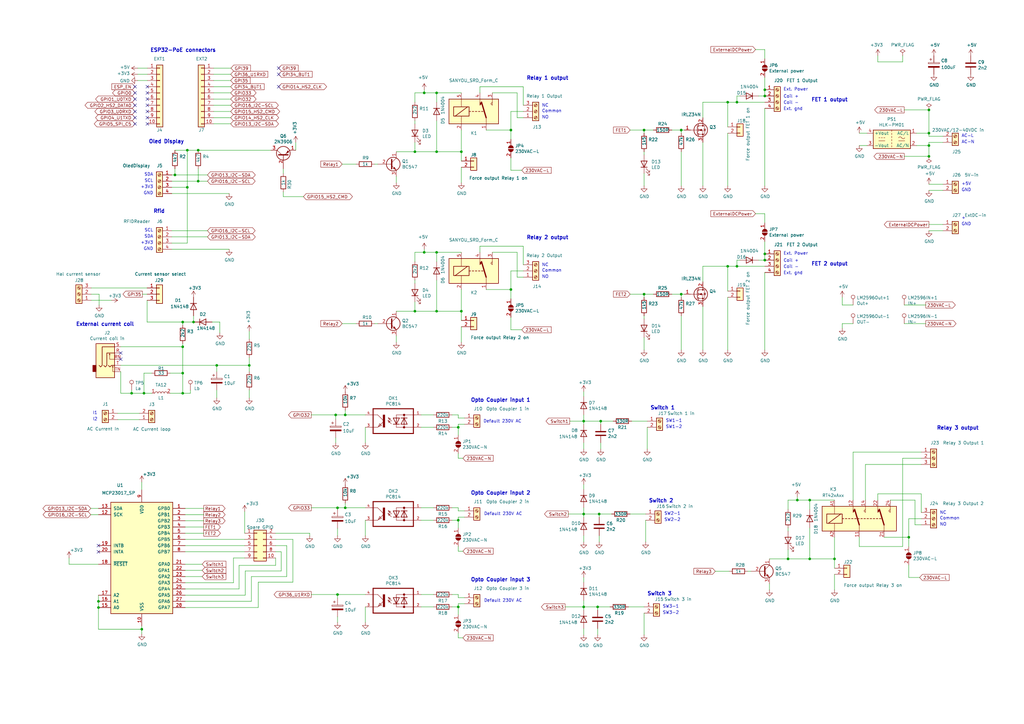
<source format=kicad_sch>
(kicad_sch (version 20211123) (generator eeschema)
  (paper "A3")
  (title_block (title "Node Standard") (date "2022-01-16") (rev "V3.0") (company "MakerSpace Leiden") (comment 1 "Getekend door: Hans Beerman"))
  (junction (at 137.668 170.18))
  (junction (at 141.605 170.18))
  (junction (at 323.215 229.235))
  (junction (at 302.26 109.22))
  (junction (at 187.96 248.92))
  (junction (at 170.18 62.23))
  (junction (at 59.055 161.29))
  (junction (at 246.38 172.72))
  (junction (at 264.16 53.34))
  (junction (at 298.45 109.22))
  (junction (at 239.395 172.72))
  (junction (at 71.755 71.755))
  (junction (at 40.386 246.634))
  (junction (at 381 59.69))
  (junction (at 313.69 104.14))
  (junction (at 74.93 142.24))
  (junction (at 102.235 149.86))
  (junction (at 279.4 120.65))
  (junction (at 332.105 205.105))
  (junction (at 327.025 205.105))
  (junction (at 209.55 118.745))
  (junction (at 189.23 127.635))
  (junction (at 279.4 53.34))
  (junction (at 138.43 243.84))
  (junction (at 245.11 248.92))
  (junction (at 138.43 208.28))
  (junction (at 74.93 132.08))
  (junction (at 313.69 106.68))
  (junction (at 179.07 38.1))
  (junction (at 76.835 76.835))
  (junction (at 141.605 208.28))
  (junction (at 239.395 248.92))
  (junction (at 40.386 249.174))
  (junction (at 372.745 220.345))
  (junction (at 170.18 127.635))
  (junction (at 76.835 61.595))
  (junction (at 179.07 127.635))
  (junction (at 58.166 258.064))
  (junction (at 209.55 53.34))
  (junction (at 187.96 175.26))
  (junction (at 189.23 62.23))
  (junction (at 332.105 229.235))
  (junction (at 302.26 41.91))
  (junction (at 74.93 161.29))
  (junction (at 179.07 103.505))
  (junction (at 187.96 213.36))
  (junction (at 298.45 41.91))
  (junction (at 313.69 36.83))
  (junction (at 381 54.61))
  (junction (at 381 64.135))
  (junction (at 179.07 62.23))
  (junction (at 313.69 39.37))
  (junction (at 81.28 74.295))
  (junction (at 264.16 120.65))
  (junction (at 381 45.085))
  (junction (at 79.375 132.08))
  (junction (at 245.745 210.82))
  (junction (at 81.28 61.595))
  (junction (at 173.99 103.505))
  (junction (at 88.9 149.86))
  (junction (at 239.395 210.82))
  (junction (at 53.975 161.29))
  (junction (at 173.99 38.1))
  (junction (at 342.265 229.235))
  (junction (at 74.93 153.035))
  (no_connect (at 55.372 50.8))
  (no_connect (at 55.372 48.26))
  (no_connect (at 60.452 48.26))
  (no_connect (at 60.452 50.8))
  (no_connect (at 40.386 223.774))
  (no_connect (at 55.372 40.64))
  (no_connect (at 55.372 35.56))
  (no_connect (at 60.452 35.56))
  (no_connect (at 55.372 43.18))
  (no_connect (at 60.452 43.18))
  (no_connect (at 49.53 144.78))
  (no_connect (at 60.452 38.1))
  (no_connect (at 40.386 226.314))
  (no_connect (at 114.3 27.94))
  (no_connect (at 55.372 38.1))
  (no_connect (at 60.452 45.72))
  (no_connect (at 55.372 45.72))
  (no_connect (at 114.3 35.56))
  (no_connect (at 60.452 40.64))
  (no_connect (at 49.53 147.32))
  (no_connect (at 114.3 30.48))
  (wire (pts (xy 87.63 27.94) (xy 94.742 27.94)))
  (wire (pts (xy 239.395 212.09) (xy 239.395 210.82)))
  (wire (pts (xy 298.45 121.92) (xy 298.45 143.51)))
  (wire (pts (xy 332.105 208.915) (xy 332.105 205.105)))
  (wire (pts (xy 187.96 170.18) (xy 187.96 171.45)))
  (wire (pts (xy 360.045 25.4) (xy 370.205 25.4)))
  (wire (pts (xy 172.72 248.92) (xy 177.8 248.92)))
  (wire (pts (xy 264.16 130.81) (xy 264.16 129.54)))
  (wire (pts (xy 37.465 120.65) (xy 40.64 120.65)))
  (wire (pts (xy 298.45 119.38) (xy 298.45 109.22)))
  (wire (pts (xy 59.055 161.29) (xy 62.23 161.29)))
  (wire (pts (xy 279.4 121.92) (xy 279.4 120.65)))
  (wire (pts (xy 113.03 231.902) (xy 113.03 228.854)))
  (wire (pts (xy 140.335 132.715) (xy 146.05 132.715)))
  (wire (pts (xy 75.946 211.074) (xy 83.566 211.074)))
  (wire (pts (xy 352.425 224.155) (xy 370.205 224.155)))
  (wire (pts (xy 201.93 38.1) (xy 212.09 38.1)))
  (wire (pts (xy 116.205 80.645) (xy 124.46 80.645)))
  (wire (pts (xy 189.23 131.445) (xy 189.23 127.635)))
  (wire (pts (xy 288.29 109.22) (xy 298.45 109.22)))
  (wire (pts (xy 365.125 205.105) (xy 375.285 205.105)))
  (wire (pts (xy 115.316 234.188) (xy 115.316 226.314)))
  (wire (pts (xy 179.07 41.91) (xy 179.07 38.1)))
  (wire (pts (xy 153.67 132.715) (xy 154.94 132.715)))
  (wire (pts (xy 196.85 38.1) (xy 196.85 35.56)))
  (wire (pts (xy 245.745 210.82) (xy 250.825 210.82)))
  (wire (pts (xy 187.96 243.84) (xy 187.96 245.11)))
  (wire (pts (xy 78.105 161.29) (xy 78.105 160.02)))
  (wire (pts (xy 213.995 135.255) (xy 209.55 135.255)))
  (wire (pts (xy 264.16 120.65) (xy 267.97 120.65)))
  (wire (pts (xy 87.63 35.56) (xy 94.615 35.56)))
  (wire (pts (xy 187.96 173.99) (xy 190.5 173.99)))
  (wire (pts (xy 187.96 178.435) (xy 187.96 175.26)))
  (wire (pts (xy 40.64 120.65) (xy 40.64 125.095)))
  (wire (pts (xy 74.93 140.97) (xy 74.93 142.24)))
  (wire (pts (xy 170.18 103.505) (xy 173.99 103.505)))
  (wire (pts (xy 189.23 66.04) (xy 189.23 62.23)))
  (wire (pts (xy 75.946 208.534) (xy 83.566 208.534)))
  (wire (pts (xy 209.55 57.15) (xy 209.55 53.34)))
  (wire (pts (xy 149.86 175.26) (xy 149.86 181.61)))
  (wire (pts (xy 75.946 244.094) (xy 100.584 244.094)))
  (wire (pts (xy 56.515 30.48) (xy 60.452 30.48)))
  (wire (pts (xy 37.211 208.534) (xy 40.386 208.534)))
  (wire (pts (xy 87.63 48.26) (xy 94.615 48.26)))
  (wire (pts (xy 170.18 62.23) (xy 179.07 62.23)))
  (wire (pts (xy 138.43 243.84) (xy 149.86 243.84)))
  (wire (pts (xy 120.142 221.234) (xy 113.03 221.234)))
  (wire (pts (xy 170.18 127.635) (xy 179.07 127.635)))
  (wire (pts (xy 239.395 210.82) (xy 239.395 208.28)))
  (wire (pts (xy 70.485 71.755) (xy 71.755 71.755)))
  (wire (pts (xy 362.585 220.345) (xy 372.745 220.345)))
  (wire (pts (xy 187.96 212.09) (xy 190.5 212.09)))
  (wire (pts (xy 309.88 87.63) (xy 313.69 87.63)))
  (wire (pts (xy 75.946 221.234) (xy 100.33 221.234)))
  (wire (pts (xy 149.86 213.36) (xy 149.86 219.71)))
  (wire (pts (xy 209.55 111.125) (xy 214.63 111.125)))
  (wire (pts (xy 187.96 209.55) (xy 190.5 209.55)))
  (wire (pts (xy 113.03 218.694) (xy 127 218.694)))
  (wire (pts (xy 179.07 103.505) (xy 189.23 103.505)))
  (wire (pts (xy 153.67 67.31) (xy 154.94 67.31)))
  (wire (pts (xy 352.425 54.61) (xy 355.6 54.61)))
  (wire (pts (xy 313.69 31.75) (xy 313.69 36.83)))
  (wire (pts (xy 60.325 132.08) (xy 60.325 123.19)))
  (wire (pts (xy 288.29 58.42) (xy 288.29 76.2)))
  (wire (pts (xy 372.745 224.155) (xy 372.745 220.345)))
  (wire (pts (xy 88.9 149.86) (xy 88.9 152.4)))
  (wire (pts (xy 88.9 149.86) (xy 102.235 149.86)))
  (wire (pts (xy 87.63 43.18) (xy 94.615 43.18)))
  (wire (pts (xy 372.745 212.725) (xy 377.825 212.725)))
  (wire (pts (xy 239.395 173.99) (xy 239.395 172.72)))
  (wire (pts (xy 313.69 20.32) (xy 313.69 24.13)))
  (wire (pts (xy 71.755 69.215) (xy 71.755 71.755)))
  (wire (pts (xy 170.18 49.53) (xy 170.18 50.8)))
  (wire (pts (xy 127.635 208.28) (xy 138.43 208.28)))
  (wire (pts (xy 70.485 79.375) (xy 93.98 79.375)))
  (wire (pts (xy 173.99 36.83) (xy 173.99 38.1)))
  (wire (pts (xy 311.15 106.68) (xy 313.69 106.68)))
  (wire (pts (xy 345.44 121.92) (xy 345.44 125.095)))
  (wire (pts (xy 49.53 161.29) (xy 53.975 161.29)))
  (wire (pts (xy 293.37 234.315) (xy 299.085 234.315)))
  (wire (pts (xy 209.55 45.72) (xy 214.63 45.72)))
  (wire (pts (xy 264.795 222.25) (xy 264.795 213.36)))
  (wire (pts (xy 279.4 129.54) (xy 279.4 143.51)))
  (wire (pts (xy 259.08 172.72) (xy 265.43 172.72)))
  (wire (pts (xy 239.395 200.66) (xy 239.395 198.755)))
  (wire (pts (xy 275.59 120.65) (xy 279.4 120.65)))
  (wire (pts (xy 311.15 39.37) (xy 313.69 39.37)))
  (wire (pts (xy 81.28 74.295) (xy 85.09 74.295)))
  (wire (pts (xy 201.93 103.505) (xy 212.09 103.505)))
  (wire (pts (xy 71.755 71.755) (xy 85.09 71.755)))
  (wire (pts (xy 70.485 74.295) (xy 81.28 74.295)))
  (wire (pts (xy 264.16 63.5) (xy 264.16 62.23)))
  (wire (pts (xy 117.602 236.474) (xy 117.602 223.774)))
  (wire (pts (xy 239.395 210.82) (xy 245.745 210.82)))
  (wire (pts (xy 352.425 59.69) (xy 355.6 59.69)))
  (wire (pts (xy 302.26 39.37) (xy 303.53 39.37)))
  (wire (pts (xy 386.715 55.88) (xy 381 55.88)))
  (wire (pts (xy 239.395 172.72) (xy 239.395 170.18)))
  (wire (pts (xy 370.205 25.4) (xy 370.205 22.86)))
  (wire (pts (xy 323.215 229.235) (xy 323.215 225.425)))
  (wire (pts (xy 302.26 109.22) (xy 313.69 109.22)))
  (wire (pts (xy 173.99 38.1) (xy 179.07 38.1)))
  (wire (pts (xy 120.142 238.76) (xy 120.142 221.234)))
  (wire (pts (xy 246.38 172.72) (xy 251.46 172.72)))
  (wire (pts (xy 187.96 252.095) (xy 187.96 248.92)))
  (wire (pts (xy 141.605 170.18) (xy 149.86 170.18)))
  (wire (pts (xy 245.11 260.35) (xy 245.11 257.81)))
  (wire (pts (xy 189.865 261.62) (xy 187.96 261.62)))
  (wire (pts (xy 187.96 216.535) (xy 187.96 213.36)))
  (wire (pts (xy 386.715 58.42) (xy 381 58.42)))
  (wire (pts (xy 127.635 243.84) (xy 138.43 243.84)))
  (wire (pts (xy 298.45 109.22) (xy 302.26 109.22)))
  (wire (pts (xy 185.42 213.36) (xy 187.96 213.36)))
  (wire (pts (xy 187.96 213.36) (xy 187.96 212.09)))
  (wire (pts (xy 323.215 229.235) (xy 332.105 229.235)))
  (wire (pts (xy 75.946 239.014) (xy 95.758 239.014)))
  (wire (pts (xy 306.705 234.315) (xy 307.975 234.315)))
  (wire (pts (xy 74.93 132.08) (xy 60.325 132.08)))
  (wire (pts (xy 170.18 127.635) (xy 170.18 123.825)))
  (wire (pts (xy 258.445 53.34) (xy 264.16 53.34)))
  (wire (pts (xy 88.9 160.02) (xy 88.9 163.195)))
  (wire (pts (xy 74.93 142.24) (xy 74.93 153.035)))
  (wire (pts (xy 76.835 61.595) (xy 81.28 61.595)))
  (wire (pts (xy 87.63 33.02) (xy 94.615 33.02)))
  (wire (pts (xy 302.26 106.68) (xy 303.53 106.68)))
  (wire (pts (xy 239.395 246.38) (xy 239.395 248.92)))
  (wire (pts (xy 179.07 127.635) (xy 189.23 127.635)))
  (wire (pts (xy 185.42 175.26) (xy 187.96 175.26)))
  (wire (pts (xy 309.88 20.32) (xy 313.69 20.32)))
  (wire (pts (xy 360.045 205.105) (xy 360.045 202.565)))
  (wire (pts (xy 288.29 109.22) (xy 288.29 115.57)))
  (wire (pts (xy 56.515 27.94) (xy 60.452 27.94)))
  (wire (pts (xy 62.23 153.035) (xy 59.055 153.035)))
  (wire (pts (xy 302.26 106.68) (xy 302.26 109.22)))
  (wire (pts (xy 239.395 260.35) (xy 239.395 257.81)))
  (wire (pts (xy 138.43 252.984) (xy 138.43 255.27)))
  (wire (pts (xy 315.595 229.235) (xy 323.215 229.235)))
  (wire (pts (xy 187.96 245.11) (xy 190.5 245.11)))
  (wire (pts (xy 58.166 200.914) (xy 58.166 197.739)))
  (wire (pts (xy 75.946 213.614) (xy 83.566 213.614)))
  (wire (pts (xy 56.515 33.02) (xy 60.452 33.02)))
  (wire (pts (xy 100.33 209.804) (xy 100.33 218.694)))
  (wire (pts (xy 370.84 64.135) (xy 381 64.135)))
  (wire (pts (xy 71.755 61.595) (xy 76.835 61.595)))
  (wire (pts (xy 100.584 244.094) (xy 100.584 234.188)))
  (wire (pts (xy 113.03 226.314) (xy 115.316 226.314)))
  (wire (pts (xy 379.73 132.715) (xy 370.84 132.715)))
  (wire (pts (xy 149.86 248.92) (xy 149.86 255.27)))
  (wire (pts (xy 323.215 216.535) (xy 323.215 217.805)))
  (wire (pts (xy 95.758 239.014) (xy 95.758 228.854)))
  (wire (pts (xy 187.96 261.62) (xy 187.96 259.715)))
  (wire (pts (xy 214.63 35.56) (xy 214.63 43.18)))
  (wire (pts (xy 258.445 210.82) (xy 264.795 210.82)))
  (wire (pts (xy 141.605 168.275) (xy 141.605 170.18)))
  (wire (pts (xy 102.235 160.02) (xy 102.235 163.195)))
  (wire (pts (xy 375.285 215.265) (xy 377.825 215.265)))
  (wire (pts (xy 28.321 228.854) (xy 28.321 231.394)))
  (wire (pts (xy 377.19 236.855) (xy 372.745 236.855)))
  (wire (pts (xy 170.18 114.935) (xy 170.18 116.205)))
  (wire (pts (xy 58.166 259.969) (xy 58.166 258.064)))
  (wire (pts (xy 81.28 69.215) (xy 81.28 74.295)))
  (wire (pts (xy 170.18 62.23) (xy 170.18 58.42)))
  (wire (pts (xy 370.205 224.155) (xy 370.205 187.96)))
  (wire (pts (xy 70.485 99.695) (xy 76.835 99.695)))
  (wire (pts (xy 116.205 71.12) (xy 116.205 69.215)))
  (wire (pts (xy 323.215 208.915) (xy 323.215 205.105)))
  (wire (pts (xy 239.395 238.76) (xy 239.395 236.855)))
  (wire (pts (xy 239.395 172.72) (xy 246.38 172.72)))
  (wire (pts (xy 381 92.075) (xy 386.715 92.075)))
  (wire (pts (xy 70.485 94.615) (xy 85.09 94.615)))
  (wire (pts (xy 381 94.615) (xy 386.715 94.615)))
  (wire (pts (xy 245.11 248.92) (xy 250.19 248.92)))
  (wire (pts (xy 76.835 76.835) (xy 76.835 99.695)))
  (wire (pts (xy 185.42 208.28) (xy 187.96 208.28)))
  (wire (pts (xy 185.42 243.84) (xy 187.96 243.84)))
  (wire (pts (xy 75.946 226.314) (xy 100.33 226.314)))
  (wire (pts (xy 332.105 229.235) (xy 342.265 229.235)))
  (wire (pts (xy 138.43 216.662) (xy 138.43 219.71)))
  (wire (pts (xy 37.211 211.074) (xy 40.386 211.074)))
  (wire (pts (xy 87.63 50.8) (xy 94.615 50.8)))
  (wire (pts (xy 53.975 161.29) (xy 59.055 161.29)))
  (wire (pts (xy 196.85 35.56) (xy 214.63 35.56)))
  (wire (pts (xy 87.63 40.64) (xy 94.615 40.64)))
  (wire (pts (xy 354.965 205.105) (xy 354.965 190.5)))
  (wire (pts (xy 76.835 76.835) (xy 70.485 76.835)))
  (wire (pts (xy 48.26 169.545) (xy 57.15 169.545)))
  (wire (pts (xy 69.85 153.035) (xy 74.93 153.035)))
  (wire (pts (xy 360.045 202.565) (xy 377.825 202.565)))
  (wire (pts (xy 103.124 246.634) (xy 103.124 236.474)))
  (wire (pts (xy 323.215 205.105) (xy 327.025 205.105)))
  (wire (pts (xy 279.4 62.23) (xy 279.4 76.2)))
  (wire (pts (xy 74.93 161.29) (xy 74.93 153.035)))
  (wire (pts (xy 58.42 120.65) (xy 60.325 120.65)))
  (wire (pts (xy 127.635 170.18) (xy 137.668 170.18)))
  (wire (pts (xy 354.965 190.5) (xy 377.825 190.5)))
  (wire (pts (xy 313.69 111.76) (xy 313.69 143.51)))
  (wire (pts (xy 187.96 226.06) (xy 187.96 224.155)))
  (wire (pts (xy 187.96 248.92) (xy 187.96 247.65)))
  (wire (pts (xy 342.265 241.935) (xy 342.265 235.585)))
  (wire (pts (xy 137.668 171.958) (xy 137.668 170.18)))
  (wire (pts (xy 360.045 22.86) (xy 360.045 25.4)))
  (wire (pts (xy 264.16 53.34) (xy 267.97 53.34)))
  (wire (pts (xy 214.63 100.965) (xy 214.63 108.585)))
  (wire (pts (xy 187.96 247.65) (xy 190.5 247.65)))
  (wire (pts (xy 87.63 30.48) (xy 94.615 30.48)))
  (wire (pts (xy 179.07 107.315) (xy 179.07 103.505)))
  (wire (pts (xy 209.55 135.255) (xy 209.55 130.175)))
  (wire (pts (xy 162.56 74.93) (xy 162.56 72.39)))
  (wire (pts (xy 141.605 206.375) (xy 141.605 208.28)))
  (wire (pts (xy 332.105 205.105) (xy 342.265 205.105)))
  (wire (pts (xy 342.265 229.235) (xy 342.265 220.345)))
  (wire (pts (xy 209.55 118.745) (xy 209.55 111.125)))
  (wire (pts (xy 173.99 102.235) (xy 173.99 103.505)))
  (wire (pts (xy 53.975 160.02) (xy 53.975 161.29)))
  (wire (pts (xy 265.43 184.15) (xy 265.43 175.26)))
  (wire (pts (xy 102.235 149.86) (xy 102.235 152.4)))
  (wire (pts (xy 345.44 125.095) (xy 349.885 125.095)))
  (wire (pts (xy 137.668 179.578) (xy 137.668 181.61)))
  (wire (pts (xy 264.16 260.35) (xy 264.16 251.46)))
  (wire (pts (xy 58.166 258.064) (xy 58.166 256.794)))
  (wire (pts (xy 173.99 103.505) (xy 179.07 103.505)))
  (wire (pts (xy 95.758 228.854) (xy 100.33 228.854)))
  (wire (pts (xy 75.946 236.474) (xy 82.931 236.474)))
  (wire (pts (xy 189.23 127.635) (xy 189.23 118.745)))
  (wire (pts (xy 239.395 250.19) (xy 239.395 248.92)))
  (wire (pts (xy 245.745 212.09) (xy 245.745 210.82)))
  (wire (pts (xy 162.56 127.635) (xy 170.18 127.635)))
  (wire (pts (xy 212.09 48.26) (xy 214.63 48.26)))
  (wire (pts (xy 275.59 53.34) (xy 279.4 53.34)))
  (wire (pts (xy 298.45 54.61) (xy 298.45 76.2)))
  (wire (pts (xy 137.668 170.18) (xy 141.605 170.18)))
  (wire (pts (xy 40.386 258.064) (xy 58.166 258.064)))
  (wire (pts (xy 381 59.69) (xy 381 64.135)))
  (wire (pts (xy 370.84 45.085) (xy 381 45.085)))
  (wire (pts (xy 74.93 132.08) (xy 79.375 132.08)))
  (wire (pts (xy 332.105 216.535) (xy 332.105 229.235)))
  (wire (pts (xy 313.69 99.06) (xy 313.69 104.14)))
  (wire (pts (xy 264.16 138.43) (xy 264.16 143.51)))
  (wire (pts (xy 239.395 184.15) (xy 239.395 181.61)))
  (wire (pts (xy 264.16 121.92) (xy 264.16 120.65)))
  (wire (pts (xy 288.29 125.73) (xy 288.29 143.51)))
  (wire (pts (xy 75.946 216.154) (xy 83.566 216.154)))
  (wire (pts (xy 40.386 249.174) (xy 40.386 258.064)))
  (wire (pts (xy 372.745 236.855) (xy 372.745 231.775)))
  (wire (pts (xy 103.124 236.474) (xy 117.602 236.474)))
  (wire (pts (xy 381 45.085) (xy 381 54.61)))
  (wire (pts (xy 375.285 205.105) (xy 375.285 215.265)))
  (wire (pts (xy 239.395 222.25) (xy 239.395 219.71)))
  (wire (pts (xy 172.72 243.84) (xy 177.8 243.84)))
  (wire (pts (xy 87.63 38.1) (xy 94.615 38.1)))
  (wire (pts (xy 28.321 231.394) (xy 40.386 231.394)))
  (wire (pts (xy 381 54.61) (xy 381 55.88)))
  (wire (pts (xy 172.72 213.36) (xy 177.8 213.36)))
  (wire (pts (xy 239.395 248.92) (xy 245.11 248.92)))
  (wire (pts (xy 349.885 205.105) (xy 349.885 185.42)))
  (wire (pts (xy 189.865 226.06) (xy 187.96 226.06)))
  (wire (pts (xy 231.775 248.92) (xy 239.395 248.92)))
  (wire (pts (xy 352.425 220.345) (xy 352.425 224.155)))
  (wire (pts (xy 86.995 132.08) (xy 90.17 132.08)))
  (wire (pts (xy 239.395 162.56) (xy 239.395 160.655)))
  (wire (pts (xy 313.69 36.83) (xy 313.69 39.37)))
  (wire (pts (xy 70.485 97.155) (xy 85.09 97.155)))
  (wire (pts (xy 75.946 223.774) (xy 100.33 223.774)))
  (wire (pts (xy 313.69 44.45) (xy 313.69 76.2)))
  (wire (pts (xy 298.45 52.07) (xy 298.45 41.91)))
  (wire (pts (xy 179.07 49.53) (xy 179.07 62.23)))
  (wire (pts (xy 57.15 172.085) (xy 48.26 172.085)))
  (wire (pts (xy 105.918 238.76) (xy 120.142 238.76)))
  (wire (pts (xy 313.69 87.63) (xy 313.69 91.44)))
  (wire (pts (xy 102.235 135.89) (xy 102.235 139.065)))
  (wire (pts (xy 138.43 208.28) (xy 138.43 209.042)))
  (wire (pts (xy 370.84 125.095) (xy 379.73 125.095)))
  (wire (pts (xy 187.96 171.45) (xy 190.5 171.45)))
  (wire (pts (xy 87.63 45.72) (xy 94.615 45.72)))
  (wire (pts (xy 345.44 132.715) (xy 349.885 132.715)))
  (wire (pts (xy 245.11 250.19) (xy 245.11 248.92)))
  (wire (pts (xy 172.72 208.28) (xy 177.8 208.28)))
  (wire (pts (xy 199.39 118.745) (xy 209.55 118.745)))
  (wire (pts (xy 116.205 78.74) (xy 116.205 80.645)))
  (wire (pts (xy 264.16 54.61) (xy 264.16 53.34)))
  (wire (pts (xy 212.09 103.505) (xy 212.09 113.665)))
  (wire (pts (xy 257.81 248.92) (xy 264.16 248.92)))
  (wire (pts (xy 70.485 102.235) (xy 93.98 102.235)))
  (wire (pts (xy 98.044 231.902) (xy 113.03 231.902)))
  (wire (pts (xy 75.946 241.554) (xy 98.044 241.554)))
  (wire (pts (xy 327.025 205.105) (xy 332.105 205.105)))
  (wire (pts (xy 187.96 208.28) (xy 187.96 209.55)))
  (wire (pts (xy 327.025 203.835) (xy 327.025 205.105)))
  (wire (pts (xy 246.38 173.99) (xy 246.38 172.72)))
  (wire (pts (xy 375.92 54.61) (xy 381 54.61)))
  (wire (pts (xy 313.69 104.14) (xy 313.69 106.68)))
  (wire (pts (xy 102.235 146.685) (xy 102.235 149.86)))
  (wire (pts (xy 212.09 113.665) (xy 214.63 113.665)))
  (wire (pts (xy 98.044 241.554) (xy 98.044 231.902)))
  (wire (pts (xy 162.56 140.335) (xy 162.56 137.795)))
  (wire (pts (xy 199.39 53.34) (xy 209.55 53.34)))
  (wire (pts (xy 100.584 234.188) (xy 115.316 234.188)))
  (wire (pts (xy 189.23 74.93) (xy 189.23 68.58)))
  (wire (pts (xy 279.4 120.65) (xy 280.67 120.65)))
  (wire (pts (xy 117.602 223.774) (xy 113.03 223.774)))
  (wire (pts (xy 279.4 53.34) (xy 280.67 53.34)))
  (wire (pts (xy 74.93 133.35) (xy 74.93 132.08)))
  (wire (pts (xy 315.595 241.935) (xy 315.595 239.395)))
  (wire (pts (xy 288.29 41.91) (xy 288.29 48.26)))
  (wire (pts (xy 189.23 62.23) (xy 189.23 53.34)))
  (wire (pts (xy 189.865 187.96) (xy 187.96 187.96)))
  (wire (pts (xy 258.445 120.65) (xy 264.16 120.65)))
  (wire (pts (xy 213.995 69.85) (xy 209.55 69.85)))
  (wire (pts (xy 170.18 107.315) (xy 170.18 103.505)))
  (wire (pts (xy 372.745 220.345) (xy 372.745 212.725)))
  (wire (pts (xy 79.375 129.54) (xy 79.375 132.08)))
  (wire (pts (xy 209.55 53.34) (xy 209.55 45.72)))
  (wire (pts (xy 37.465 123.19) (xy 45.72 123.19)))
  (wire (pts (xy 49.53 152.4) (xy 49.53 161.29)))
  (wire (pts (xy 370.205 187.96) (xy 377.825 187.96)))
  (wire (pts (xy 40.386 246.634) (xy 40.386 249.174)))
  (wire (pts (xy 246.38 184.15) (xy 246.38 181.61)))
  (wire (pts (xy 375.92 59.69) (xy 381 59.69)))
  (wire (pts (xy 69.85 161.29) (xy 74.93 161.29)))
  (wire (pts (xy 121.285 58.42) (xy 121.285 61.595)))
  (wire (pts (xy 187.96 187.96) (xy 187.96 186.055)))
  (wire (pts (xy 209.55 69.85) (xy 209.55 64.77)))
  (wire (pts (xy 381 78.105) (xy 386.715 78.105)))
  (wire (pts (xy 179.07 114.935) (xy 179.07 127.635)))
  (wire (pts (xy 245.745 222.25) (xy 245.745 219.71)))
  (wire (pts (xy 75.946 218.694) (xy 83.566 218.694)))
  (wire (pts (xy 59.055 153.035) (xy 59.055 161.29)))
  (wire (pts (xy 298.45 41.91) (xy 302.26 41.91)))
  (wire (pts (xy 302.26 41.91) (xy 313.69 41.91)))
  (wire (pts (xy 233.045 210.82) (xy 239.395 210.82)))
  (wire (pts (xy 141.605 208.28) (xy 149.86 208.28)))
  (wire (pts (xy 138.43 208.28) (xy 141.605 208.28)))
  (wire (pts (xy 162.56 62.23) (xy 170.18 62.23)))
  (wire (pts (xy 75.946 231.394) (xy 82.931 231.394)))
  (wire (pts (xy 233.68 172.72) (xy 239.395 172.72)))
  (wire (pts (xy 170.18 38.1) (xy 173.99 38.1)))
  (wire (pts (xy 187.96 175.26) (xy 187.96 173.99)))
  (wire (pts (xy 264.16 71.12) (xy 264.16 76.2)))
  (wire (pts (xy 127 218.694) (xy 127 219.71)))
  (wire (pts (xy 81.28 61.595) (xy 111.125 61.595)))
  (wire (pts (xy 179.07 38.1) (xy 189.23 38.1)))
  (wire (pts (xy 302.26 39.37) (xy 302.26 41.91)))
  (wire (pts (xy 212.09 38.1) (xy 212.09 48.26)))
  (wire (pts (xy 288.29 41.91) (xy 298.45 41.91)))
  (wire (pts (xy 342.265 233.045) (xy 342.265 229.235)))
  (wire (pts (xy 90.17 132.08) (xy 90.17 136.525)))
  (wire (pts (xy 40.386 244.094) (xy 40.386 246.634)))
  (wire (pts (xy 381 58.42) (xy 381 59.69)))
  (wire (pts (xy 49.53 149.86) (xy 88.9 149.86)))
  (wire (pts (xy 172.72 175.26) (xy 177.8 175.26)))
  (wire (pts (xy 37.465 118.11) (xy 60.325 118.11)))
  (wire (pts (xy 345.44 134.62) (xy 345.44 132.715)))
  (wire (pts (xy 377.825 202.565) (xy 377.825 210.185)))
  (wire (pts (xy 196.85 103.505) (xy 196.85 100.965)))
  (wire (pts (xy 74.93 161.29) (xy 78.105 161.29)))
  (wire (pts (xy 105.918 249.174) (xy 105.918 238.76)))
  (wire (pts (xy 209.55 122.555) (xy 209.55 118.745)))
  (wire (pts (xy 279.4 54.61) (xy 279.4 53.34)))
  (wire (pts (xy 179.07 62.23) (xy 189.23 62.23)))
  (wire (pts (xy 185.42 248.92) (xy 187.96 248.92)))
  (wire (pts (xy 196.85 100.965) (xy 214.63 100.965)))
  (wire (pts (xy 172.72 170.18) (xy 177.8 170.18)))
  (wire (pts (xy 75.946 249.174) (xy 105.918 249.174)))
  (wire (pts (xy 185.42 170.18) (xy 187.96 170.18)))
  (wire (pts (xy 140.335 67.31) (xy 146.05 67.31)))
  (wire (pts (xy 381 75.565) (xy 386.715 75.565)))
  (wire (pts (xy 75.946 246.634) (xy 103.124 246.634)))
  (wire (pts (xy 49.53 142.24) (xy 74.93 142.24)))
  (wire (pts (xy 76.835 61.595) (xy 76.835 76.835)))
  (wire (pts (xy 138.43 243.84) (xy 138.43 245.364)))
  (wire (pts (xy 82.931 233.934) (xy 75.946 233.934)))
  (wire (pts (xy 170.18 41.91) (xy 170.18 38.1)))
  (wire (pts (xy 349.885 185.42) (xy 377.825 185.42)))
  (wire (pts (xy 189.23 140.335) (xy 189.23 133.985)))
  (text "SDA" (at 62.865 97.79 180) (effects (font (size 1.2446 1.2446)) (justify right bottom)))
  (text "GND" (at 394.335 92.71 0) (effects (font (size 1.2446 1.2446)) (justify left bottom)))
  (text "+3V3" (at 62.865 77.47 180) (effects (font (size 1.2446 1.2446)) (justify right bottom)))
  (text "Ext. gnd" (at 321.31 112.776 0) (effects (font (size 1.2446 1.2446)) (justify left bottom)))
  (text "SW3-2" (at 271.78 252.095 0) (effects (font (size 1.2446 1.2446)) (justify left bottom)))
  (text "Switch 3" (at 265.43 244.475 0) (effects (font (size 1.4986 1.4986) (thickness 0.2997) bold) (justify left bottom)))
  (text "+5V" (at 394.335 76.2 0) (effects (font (size 1.2446 1.2446)) (justify left bottom)))
  (text "Rfid" (at 62.865 87.63 0) (effects (font (size 1.4986 1.4986) (thickness 0.2997) bold) (justify left bottom)))
  (text "SCL" (at 62.865 95.25 180) (effects (font (size 1.2446 1.2446)) (justify right bottom)))
  (text "NC" (at 222.25 109.474 0) (effects (font (size 1.2446 1.2446)) (justify left bottom)))
  (text "SW2-1" (at 272.415 211.455 0) (effects (font (size 1.2446 1.2446)) (justify left bottom)))
  (text "SDA" (at 62.865 72.39 180) (effects (font (size 1.2446 1.2446)) (justify right bottom)))
  (text "ESP32-PoE connectors" (at 61.595 21.59 0) (effects (font (size 1.4986 1.4986) (thickness 0.2997) bold) (justify left bottom)))
  (text "Ext. gnd" (at 321.31 45.466 0) (effects (font (size 1.2446 1.2446)) (justify left bottom)))
  (text "GND" (at 62.865 80.01 180) (effects (font (size 1.2446 1.2446)) (justify right bottom)))
  (text "Common" (at 222.25 111.76 0) (effects (font (size 1.2446 1.2446)) (justify left bottom)))
  (text "AC-L" (at 394.335 56.515 0) (effects (font (size 1.2446 1.2446)) (justify left bottom)))
  (text "Common" (at 222.25 46.355 0) (effects (font (size 1.2446 1.2446)) (justify left bottom)))
  (text "SCL" (at 62.865 74.93 180) (effects (font (size 1.2446 1.2446)) (justify right bottom)))
  (text "Default 230V AC" (at 198.501 247.142 0) (effects (font (size 1.2446 1.2446)) (justify left bottom)))
  (text "Ext. Power" (at 321.31 104.775 0) (effects (font (size 1.2446 1.2446)) (justify left bottom)))
  (text "I2" (at 40.005 172.72 180) (effects (font (size 1.2446 1.2446)) (justify right bottom)))
  (text "Coil +" (at 321.31 40.386 0) (effects (font (size 1.2446 1.2446)) (justify left bottom)))
  (text "Switch 2" (at 266.065 206.375 0) (effects (font (size 1.4986 1.4986) (thickness 0.2997) bold) (justify left bottom)))
  (text "Relay 2 output" (at 215.9 98.425 0) (effects (font (size 1.4986 1.4986) (thickness 0.2997) bold) (justify left bottom)))
  (text "SW2-2" (at 272.415 213.995 0) (effects (font (size 1.2446 1.2446)) (justify left bottom)))
  (text "External current coil" (at 31.115 133.985 0) (effects (font (size 1.4986 1.4986) (thickness 0.2997) bold) (justify left bottom)))
  (text "Default 230V AC" (at 198.247 173.609 0) (effects (font (size 1.2446 1.2446)) (justify left bottom)))
  (text "SW1-1" (at 273.05 173.355 0) (effects (font (size 1.2446 1.2446)) (justify left bottom)))
  (text "I1" (at 40.005 170.18 180) (effects (font (size 1.2446 1.2446)) (justify right bottom)))
  (text "Coil -" (at 321.31 110.236 0) (effects (font (size 1.2446 1.2446)) (justify left bottom)))
  (text "NC" (at 385.445 211.074 0) (effects (font (size 1.2446 1.2446)) (justify left bottom)))
  (text "Default 230V AC" (at 198.501 211.582 0) (effects (font (size 1.2446 1.2446)) (justify left bottom)))
  (text "Switch 1" (at 266.7 168.275 0) (effects (font (size 1.4986 1.4986) (thickness 0.2997) bold) (justify left bottom)))
  (text "NO" (at 222.25 48.895 0) (effects (font (size 1.2446 1.2446)) (justify left bottom)))
  (text "SW1-2" (at 273.05 175.895 0) (effects (font (size 1.2446 1.2446)) (justify left bottom)))
  (text "+" (at 394.335 90.17 0) (effects (font (size 1.2446 1.2446)) (justify left bottom)))
  (text "GND" (at 62.865 102.87 180) (effects (font (size 1.2446 1.2446)) (justify right bottom)))
  (text "+3V3" (at 62.865 100.33 180) (effects (font (size 1.2446 1.2446)) (justify right bottom)))
  (text "Relay 3 output" (at 384.175 176.53 0) (effects (font (size 1.4986 1.4986) (thickness 0.2997) bold) (justify left bottom)))
  (text "Coil +" (at 321.31 107.696 0) (effects (font (size 1.2446 1.2446)) (justify left bottom)))
  (text "NO" (at 222.25 114.3 0) (effects (font (size 1.2446 1.2446)) (justify left bottom)))
  (text "FET 1 output" (at 332.74 41.91 0) (effects (font (size 1.4986 1.4986) (thickness 0.2997) bold) (justify left bottom)))
  (text "Coil -" (at 321.31 42.926 0) (effects (font (size 1.2446 1.2446)) (justify left bottom)))
  (text "Oled Display" (at 60.96 59.055 0) (effects (font (size 1.4986 1.4986) (thickness 0.2997) bold) (justify left bottom)))
  (text "Ext. Power" (at 321.31 37.465 0) (effects (font (size 1.2446 1.2446)) (justify left bottom)))
  (text "Opto Coupler input 2" (at 193.04 203.2 0) (effects (font (size 1.4986 1.4986) (thickness 0.2997) bold) (justify left bottom)))
  (text "Opto Coupler input 1" (at 193.04 165.1 0) (effects (font (size 1.4986 1.4986) (thickness 0.2997) bold) (justify left bottom)))
  (text "GND" (at 394.335 78.74 0) (effects (font (size 1.2446 1.2446)) (justify left bottom)))
  (text "AC-N" (at 394.335 59.055 0) (effects (font (size 1.2446 1.2446)) (justify left bottom)))
  (text "NC" (at 222.25 44.069 0) (effects (font (size 1.2446 1.2446)) (justify left bottom)))
  (text "NO" (at 385.445 215.9 0) (effects (font (size 1.2446 1.2446)) (justify left bottom)))
  (text "Common" (at 385.445 213.36 0) (effects (font (size 1.2446 1.2446)) (justify left bottom)))
  (text "Relay 1 output" (at 215.9 33.02 0) (effects (font (size 1.4986 1.4986) (thickness 0.2997) bold) (justify left bottom)))
  (text "Opto Coupler input 3" (at 193.04 238.76 0) (effects (font (size 1.4986 1.4986) (thickness 0.2997) bold) (justify left bottom)))
  (text "FET 2 output" (at 332.74 109.22 0) (effects (font (size 1.4986 1.4986) (thickness 0.2997) bold) (justify left bottom)))
  (text "SW3-1" (at 271.78 249.555 0) (effects (font (size 1.2446 1.2446)) (justify left bottom)))
  (global_label "230VAC-L" (shape input) (at 377.19 236.855 0) (property "Intersheet References" "${INTERSHEET_REFS}" (effects hide)))
  (global_label "GPIO4_U1TXD" (shape bidirectional) (at 55.372 48.26 180) (property "Intersheet References" "${INTERSHEET_REFS}" (effects hide)))
  (global_label "Switch1" (shape input) (at 82.931 231.394 0) (property "Intersheet References" "${INTERSHEET_REFS}" (effects hide)))
  (global_label "Relay1" (shape input) (at 140.335 67.31 180) (property "Intersheet References" "${INTERSHEET_REFS}" (effects hide)))
  (global_label "230VAC-L" (shape output) (at 370.84 45.085 180) (property "Intersheet References" "${INTERSHEET_REFS}" (effects hide)))
  (global_label "230VAC-N" (shape input) (at 189.865 226.06 0) (property "Intersheet References" "${INTERSHEET_REFS}" (effects hide)))
  (global_label "GPI36_U1RXD" (shape output) (at 127.635 243.84 180) (property "Intersheet References" "${INTERSHEET_REFS}" (effects hide)))
  (global_label "Switch3" (shape input) (at 82.931 236.474 0) (property "Intersheet References" "${INTERSHEET_REFS}" (effects hide)))
  (global_label "GPIO3_U0RXD" (shape bidirectional) (at 55.372 45.72 180) (property "Intersheet References" "${INTERSHEET_REFS}" (effects hide)))
  (global_label "GPIO14_HS2_CLK" (shape bidirectional) (at 114.3 35.56 0) (property "Intersheet References" "${INTERSHEET_REFS}" (effects hide)))
  (global_label "FET1" (shape input) (at 258.445 53.34 180) (property "Intersheet References" "${INTERSHEET_REFS}" (effects hide)))
  (global_label "ExternalDCPower" (shape output) (at 381 92.075 180) (property "Intersheet References" "${INTERSHEET_REFS}" (effects hide)))
  (global_label "ESP_EN" (shape input) (at 55.372 35.56 180) (property "Intersheet References" "${INTERSHEET_REFS}" (effects hide)))
  (global_label "GPI35" (shape input) (at 94.615 33.02 0) (property "Intersheet References" "${INTERSHEET_REFS}" (effects hide)))
  (global_label "ExternalDCPower" (shape input) (at 309.88 20.32 180) (property "Intersheet References" "${INTERSHEET_REFS}" (effects hide)))
  (global_label "GPIO0" (shape bidirectional) (at 55.372 38.1 180) (property "Intersheet References" "${INTERSHEET_REFS}" (effects hide)))
  (global_label "GPI35" (shape output) (at 58.42 120.65 180) (property "Intersheet References" "${INTERSHEET_REFS}" (effects hide)))
  (global_label "GPIO5_SPI_C5" (shape bidirectional) (at 55.372 50.8 180) (property "Intersheet References" "${INTERSHEET_REFS}" (effects hide)))
  (global_label "230VAC-L" (shape output) (at 379.73 125.095 0) (property "Intersheet References" "${INTERSHEET_REFS}" (effects hide)))
  (global_label "GPI34_BUT1" (shape input) (at 94.615 35.56 0) (property "Intersheet References" "${INTERSHEET_REFS}" (effects hide)))
  (global_label "230VAC-N" (shape output) (at 379.73 132.715 0) (property "Intersheet References" "${INTERSHEET_REFS}" (effects hide)))
  (global_label "GPIO15_HS2_CMD" (shape bidirectional) (at 124.46 80.645 0) (property "Intersheet References" "${INTERSHEET_REFS}" (effects hide)))
  (global_label "Relay1" (shape output) (at 83.566 208.534 0) (property "Intersheet References" "${INTERSHEET_REFS}" (effects hide)))
  (global_label "GPIO13_I2C-SDA" (shape bidirectional) (at 85.09 97.155 0) (property "Intersheet References" "${INTERSHEET_REFS}" (effects hide)))
  (global_label "GPIO13_I2C-SDA" (shape bidirectional) (at 85.09 71.755 0) (property "Intersheet References" "${INTERSHEET_REFS}" (effects hide)))
  (global_label "GPI39" (shape input) (at 94.742 27.94 0) (property "Intersheet References" "${INTERSHEET_REFS}" (effects hide)))
  (global_label "GPIO15_HS2_CMD" (shape bidirectional) (at 94.615 45.72 0) (property "Intersheet References" "${INTERSHEET_REFS}" (effects hide)))
  (global_label "GPIO16_I2C-SCL" (shape bidirectional) (at 85.09 74.295 0) (property "Intersheet References" "${INTERSHEET_REFS}" (effects hide)))
  (global_label "GPI34_BUT1" (shape input) (at 114.3 30.48 0) (property "Intersheet References" "${INTERSHEET_REFS}" (effects hide)))
  (global_label "GPIO13_I2C-SDA" (shape bidirectional) (at 94.615 50.8 0) (property "Intersheet References" "${INTERSHEET_REFS}" (effects hide)))
  (global_label "GPIO14_HS2_CLK" (shape bidirectional) (at 94.615 48.26 0) (property "Intersheet References" "${INTERSHEET_REFS}" (effects hide)))
  (global_label "GPIO16_I2C-SCL" (shape bidirectional) (at 94.615 43.18 0) (property "Intersheet References" "${INTERSHEET_REFS}" (effects hide)))
  (global_label "230VAC-N" (shape input) (at 189.865 261.62 0) (property "Intersheet References" "${INTERSHEET_REFS}" (effects hide)))
  (global_label "Switch2" (shape input) (at 82.931 233.934 0) (property "Intersheet References" "${INTERSHEET_REFS}" (effects hide)))
  (global_label "230VAC-L" (shape input) (at 213.995 69.85 0) (property "Intersheet References" "${INTERSHEET_REFS}" (effects hide)))
  (global_label "GPIO13_I2C-SDA" (shape bidirectional) (at 37.211 208.534 180) (property "Intersheet References" "${INTERSHEET_REFS}" (effects hide)))
  (global_label "GPIO1_U0TXD" (shape bidirectional) (at 55.372 40.64 180) (property "Intersheet References" "${INTERSHEET_REFS}" (effects hide)))
  (global_label "GPIO33" (shape bidirectional) (at 94.615 38.1 0) (property "Intersheet References" "${INTERSHEET_REFS}" (effects hide)))
  (global_label "GPIO16_I2C-SCL" (shape bidirectional) (at 37.211 211.074 180) (property "Intersheet References" "${INTERSHEET_REFS}" (effects hide)))
  (global_label "230VAC-L" (shape input) (at 213.995 135.255 0) (property "Intersheet References" "${INTERSHEET_REFS}" (effects hide)))
  (global_label "Relay2" (shape output) (at 83.566 211.074 0) (property "Intersheet References" "${INTERSHEET_REFS}" (effects hide)))
  (global_label "Switch2" (shape output) (at 233.045 210.82 180) (property "Intersheet References" "${INTERSHEET_REFS}" (effects hide)))
  (global_label "GPI39" (shape input) (at 114.3 27.94 0) (property "Intersheet References" "${INTERSHEET_REFS}" (effects hide)))
  (global_label "GPIO32" (shape output) (at 127.635 170.18 180) (property "Intersheet References" "${INTERSHEET_REFS}" (effects hide)))
  (global_label "GPIO33" (shape output) (at 127.635 208.28 180) (property "Intersheet References" "${INTERSHEET_REFS}" (effects hide)))
  (global_label "230VAC-N" (shape input) (at 189.865 187.96 0) (property "Intersheet References" "${INTERSHEET_REFS}" (effects hide)))
  (global_label "FET2" (shape output) (at 83.566 218.694 0) (property "Intersheet References" "${INTERSHEET_REFS}" (effects hide)))
  (global_label "Switch1" (shape output) (at 233.68 172.72 180) (property "Intersheet References" "${INTERSHEET_REFS}" (effects hide)))
  (global_label "Relay2" (shape input) (at 140.335 132.715 180) (property "Intersheet References" "${INTERSHEET_REFS}" (effects hide)))
  (global_label "GPI36_U1RXD" (shape input) (at 94.615 30.48 0) (property "Intersheet References" "${INTERSHEET_REFS}" (effects hide)))
  (global_label "FET2" (shape input) (at 258.445 120.65 180) (property "Intersheet References" "${INTERSHEET_REFS}" (effects hide)))
  (global_label "GPIO2_HS2_DATA0" (shape bidirectional) (at 55.372 43.18 180) (property "Intersheet References" "${INTERSHEET_REFS}" (effects hide)))
  (global_label "ExternalDCPower" (shape input) (at 309.88 87.63 180) (property "Intersheet References" "${INTERSHEET_REFS}" (effects hide)))
  (global_label "FET1" (shape output) (at 83.566 216.154 0) (property "Intersheet References" "${INTERSHEET_REFS}" (effects hide)))
  (global_label "GPIO16_I2C-SCL" (shape bidirectional) (at 85.09 94.615 0) (property "Intersheet References" "${INTERSHEET_REFS}" (effects hide)))
  (global_label "Switch3" (shape output) (at 231.775 248.92 180) (property "Intersheet References" "${INTERSHEET_REFS}" (effects hide)))
  (global_label "Relay3" (shape input) (at 293.37 234.315 180) (property "Intersheet References" "${INTERSHEET_REFS}" (effects hide)))
  (global_label "GPIO32" (shape bidirectional) (at 94.615 40.64 0) (property "Intersheet References" "${INTERSHEET_REFS}" (effects hide)))
  (global_label "Relay3" (shape output) (at 83.566 213.614 0) (property "Intersheet References" "${INTERSHEET_REFS}" (effects hide)))
  (global_label "230VAC-N" (shape output) (at 370.84 64.135 180) (property "Intersheet References" "${INTERSHEET_REFS}" (effects hide)))
  (symbol (lib_id "Connector_Generic:Conn_01x10") (at 65.532 38.1 0) (unit 1)
    (property "Reference" "J4" (at 64.262 53.34 0) (effects (justify left)))
    (property "Value" "EXT1" (at 62.992 24.13 0) (effects (justify left)))
    (property "Footprint" "Connector_PinSocket_2.54mm:PinSocket_1x10_P2.54mm_Vertical" (effects hide))
  )
  (symbol (lib_id "Connector_Generic:Conn_01x10") (at 82.55 38.1 0) (mirror y) (unit 1)
    (property "Reference" "J7" (at 83.82 53.34 0) (effects (justify left)))
    (property "Value" "EXT2" (at 85.09 24.13 0) (effects (justify left)))
    (property "Footprint" "Connector_PinSocket_2.54mm:PinSocket_1x10_P2.54mm_Vertical" (effects hide))
  )
  (symbol (lib_id "power:+3.3V") (at 56.515 30.48 90) (unit 1)
    (property "Reference" "#PWR03" (effects hide))
    (property "Value" "+3.3V" (at 53.2638 30.099 90) (effects (justify left)))
  )
  (symbol (lib_id "power:+5V") (at 56.515 27.94 90) (unit 1)
    (property "Reference" "#PWR02" (effects hide))
    (property "Value" "+5V" (at 53.2638 27.559 90) (effects (justify left)))
  )
  (symbol (lib_id "Device:R") (at 255.27 172.72 270) (unit 1)
    (property "Reference" "R21" (at 255.27 175.26 90))
    (property "Value" "330R" (at 255.27 172.72 90))
    (property "Footprint" "Resistor_THT:R_Axial_DIN0207_L6.3mm_D2.5mm_P7.62mm_Horizontal" (effects hide))
  )
  (symbol (lib_id "Device:C") (at 246.38 177.8 0) (unit 1)
    (property "Reference" "C7" (at 249.301 176.6316 0) (effects (justify left)))
    (property "Value" "2n2" (at 249.301 178.943 0) (effects (justify left)))
    (property "Footprint" "Capacitor_THT:C_Disc_D5.1mm_W3.2mm_P5.00mm" (effects hide))
  )
  (symbol (lib_id "power:GND") (at 265.43 184.15 0) (unit 1)
    (property "Reference" "#PWR043" (effects hide))
    (property "Value" "GND" (at 265.557 188.5442 0))
  )
  (symbol (lib_id "power:GND") (at 246.38 184.15 0) (unit 1)
    (property "Reference" "#PWR038" (effects hide))
    (property "Value" "GND" (at 246.507 188.5442 0))
  )
  (symbol (lib_id "power:GND") (at 56.515 33.02 270) (unit 1)
    (property "Reference" "#PWR04" (effects hide))
    (property "Value" "GND" (at 53.2638 33.147 90) (effects (justify right)))
  )
  (symbol (lib_id "Connector:Screw_Terminal_01x03") (at 219.71 45.72 0) (mirror x) (unit 1)
    (property "Reference" "J13" (at 218.44 52.07 0) (effects (justify left)))
    (property "Value" "Relay 1 Output" (at 215.9 39.37 0) (effects (justify left)))
    (property "Footprint" "Connector_Phoenix_MSTB:PhoenixContact_MSTB_2,5_3-GF-5,08_1x03_P5.08mm_Horizontal_ThreadedFlange" (effects hide))
  )
  (symbol (lib_id "Diode:1N4004") (at 179.07 45.72 270) (unit 1)
    (property "Reference" "D5" (at 181.61 48.26 0) (effects (justify left)))
    (property "Value" "1N4004" (at 181.61 39.37 0) (effects (justify left)))
    (property "Footprint" "Diode_THT:D_DO-41_SOD81_P10.16mm_Horizontal" (effects hide))
    (property "Datasheet" "http://www.vishay.com/docs/88503/1n4001.pdf" (effects hide))
  )
  (symbol (lib_id "power:+5V") (at 173.99 36.83 0) (unit 1)
    (property "Reference" "#PWR026" (effects hide))
    (property "Value" "+5V" (at 171.45 31.75 0) (effects (justify left)))
  )
  (symbol (lib_id "Device:LED") (at 170.18 54.61 90) (unit 1)
    (property "Reference" "D3" (at 173.1518 53.6194 90) (effects (justify right)))
    (property "Value" "LED" (at 173.1518 55.9308 90) (effects (justify right)))
    (property "Footprint" "LED_THT:LED_D3.0mm" (effects hide))
  )
  (symbol (lib_id "Device:R") (at 170.18 45.72 0) (unit 1)
    (property "Reference" "R11" (at 171.958 44.5516 0) (effects (justify left)))
    (property "Value" "2k2" (at 170.18 46.99 90) (effects (justify left)))
    (property "Footprint" "Resistor_THT:R_Axial_DIN0207_L6.3mm_D2.5mm_P7.62mm_Horizontal" (effects hide))
  )
  (symbol (lib_id "PC814:PC814") (at 162.56 172.72 0) (mirror y) (unit 1)
    (property "Reference" "OK1" (at 161.29 163.322 0))
    (property "Value" "PC814" (at 161.29 165.6334 0))
    (property "Footprint" "Package_DIP:DIP-4_W7.62mm" (effects hide))
    (property "Field4" "unknown" (effects hide))
    (property "Field5" "9707662" (effects hide))
  )
  (symbol (lib_id "Connector:Screw_Terminal_01x02") (at 195.58 171.45 0) (unit 1)
    (property "Reference" "J10" (at 194.31 167.64 0) (effects (justify left)))
    (property "Value" "Opto Coupler 1 in" (at 199.39 167.64 0) (effects (justify left)))
    (property "Footprint" "Connector_Phoenix_MSTB:PhoenixContact_MSTB_2,5_2-GF-5,08_1x02_P5.08mm_Horizontal_ThreadedFlange" (effects hide))
  )
  (symbol (lib_id "Device:R") (at 181.61 175.26 270) (unit 1)
    (property "Reference" "R14" (at 181.61 177.8 90))
    (property "Value" "220k" (at 181.61 175.26 90))
    (property "Footprint" "Resistor_THT:R_Axial_DIN0516_L15.5mm_D5.0mm_P20.32mm_Horizontal" (effects hide))
  )
  (symbol (lib_id "Device:R") (at 181.61 170.18 270) (unit 1)
    (property "Reference" "R13" (at 181.61 172.72 90))
    (property "Value" "220k" (at 181.61 170.18 90))
    (property "Footprint" "Resistor_THT:R_Axial_DIN0516_L15.5mm_D5.0mm_P20.32mm_Horizontal" (effects hide))
  )
  (symbol (lib_id "power:GND") (at 149.86 181.61 0) (unit 1)
    (property "Reference" "#PWR021" (effects hide))
    (property "Value" "GND" (at 149.987 186.0042 0))
  )
  (symbol (lib_id "Connector_Generic:Conn_01x02") (at 194.31 66.04 0) (unit 1)
    (property "Reference" "J8" (at 193.04 63.5 0) (effects (justify left)))
    (property "Value" "Force output Relay 1 on" (at 192.405 73.025 0) (effects (justify left)))
    (property "Footprint" "Connector_PinHeader_2.54mm:PinHeader_1x02_P2.54mm_Vertical" (effects hide))
  )
  (symbol (lib_id "Transistor_BJT:BC547") (at 160.02 67.31 0) (unit 1)
    (property "Reference" "Q1" (at 164.8714 66.1416 0) (effects (justify left)))
    (property "Value" "BC547" (at 164.8714 68.453 0) (effects (justify left)))
    (property "Footprint" "Package_TO_SOT_THT:TO-92_Inline" (effects hide))
    (property "Datasheet" "http://www.fairchildsemi.com/ds/BC/BC547.pdf" (effects hide))
  )
  (symbol (lib_id "PC814:PC814") (at 162.56 210.82 0) (mirror y) (unit 1)
    (property "Reference" "OK2" (at 161.29 201.422 0))
    (property "Value" "PC814" (at 161.29 203.7334 0))
    (property "Footprint" "Package_DIP:DIP-4_W7.62mm" (effects hide))
    (property "Field4" "unknown" (effects hide))
    (property "Field5" "9707662" (effects hide))
  )
  (symbol (lib_id "Connector:Screw_Terminal_01x02") (at 195.58 209.55 0) (unit 1)
    (property "Reference" "J11" (at 194.31 205.74 0) (effects (justify left)))
    (property "Value" "Opto Coupler 2 in" (at 199.39 205.74 0) (effects (justify left)))
    (property "Footprint" "Connector_Phoenix_MSTB:PhoenixContact_MSTB_2,5_2-GF-5,08_1x02_P5.08mm_Horizontal_ThreadedFlange" (effects hide))
  )
  (symbol (lib_id "Device:R") (at 181.61 213.36 270) (unit 1)
    (property "Reference" "R16" (at 181.61 215.9 90))
    (property "Value" "220k" (at 181.61 213.36 90))
    (property "Footprint" "Resistor_THT:R_Axial_DIN0516_L15.5mm_D5.0mm_P20.32mm_Horizontal" (effects hide))
  )
  (symbol (lib_id "Device:R") (at 181.61 208.28 270) (unit 1)
    (property "Reference" "R15" (at 181.61 210.82 90))
    (property "Value" "220k" (at 181.61 208.28 90))
    (property "Footprint" "Resistor_THT:R_Axial_DIN0516_L15.5mm_D5.0mm_P20.32mm_Horizontal" (effects hide))
  )
  (symbol (lib_id "power:GND") (at 149.86 219.71 0) (unit 1)
    (property "Reference" "#PWR022" (effects hide))
    (property "Value" "GND" (at 149.987 224.1042 0))
  )
  (symbol (lib_id "power:GND") (at 162.56 74.93 0) (unit 1)
    (property "Reference" "#PWR024" (effects hide))
    (property "Value" "GND" (at 162.687 79.3242 0))
  )
  (symbol (lib_id "Device:R") (at 149.86 67.31 270) (unit 1)
    (property "Reference" "R9" (at 148.59 64.77 90) (effects (justify left)))
    (property "Value" "1k" (at 148.59 67.31 90) (effects (justify left)))
    (property "Footprint" "Resistor_THT:R_Axial_DIN0207_L6.3mm_D2.5mm_P7.62mm_Horizontal" (effects hide))
  )
  (symbol (lib_id "power:GND") (at 189.23 74.93 0) (unit 1)
    (property "Reference" "#PWR028" (effects hide))
    (property "Value" "GND" (at 189.357 79.3242 0))
  )
  (symbol (lib_id "Relay:SANYOU_SRD_Form_C") (at 194.31 45.72 0) (unit 1)
    (property "Reference" "K1" (at 193.04 54.61 0) (effects (justify left)))
    (property "Value" "SANYOU_SRD_Form_C" (at 184.15 33.02 0) (effects (justify left)))
    (property "Footprint" "Relay_THT:Relay_SPDT_SANYOU_SRD_Series_Form_C" (effects hide))
    (property "Datasheet" "http://www.sanyourelay.ca/public/products/pdf/SRD.pdf" (effects hide))
  )
  (symbol (lib_id "Converter_ACDC:HLK-PM01") (at 365.76 57.15 0) (mirror y) (unit 1)
    (property "Reference" "PS1" (at 365.76 48.895 0))
    (property "Value" "HLK-PM01" (at 365.76 51.2064 0))
    (property "Footprint" "Converter_ACDC:Converter_ACDC_HiLink_HLK-PMxx" (effects hide))
    (property "Datasheet" "http://www.hlktech.net/product_detail.php?ProId=54" (effects hide))
  )
  (symbol (lib_id "ZMCT118F:ZMCT118F") (at 66.04 161.29 90) (unit 1)
    (property "Reference" "L1" (at 66.04 163.195 90))
    (property "Value" "TA12" (at 66.04 157.8864 90))
    (property "Footprint" "Footprints:TA12-100" (effects hide))
  )
  (symbol (lib_id "Device:R") (at 102.235 142.875 0) (unit 1)
    (property "Reference" "R5" (at 104.013 141.7066 0) (effects (justify left)))
    (property "Value" "22k" (at 102.235 144.145 90) (effects (justify left)))
    (property "Footprint" "Resistor_THT:R_Axial_DIN0207_L6.3mm_D2.5mm_P7.62mm_Horizontal" (effects hide))
  )
  (symbol (lib_id "Device:R") (at 102.235 156.21 0) (unit 1)
    (property "Reference" "R6" (at 104.013 155.0416 0) (effects (justify left)))
    (property "Value" "22k" (at 102.235 157.48 90) (effects (justify left)))
    (property "Footprint" "Resistor_THT:R_Axial_DIN0207_L6.3mm_D2.5mm_P7.62mm_Horizontal" (effects hide))
  )
  (symbol (lib_id "power:GND") (at 88.9 163.195 0) (unit 1)
    (property "Reference" "#PWR08" (effects hide))
    (property "Value" "GND" (at 89.027 167.5892 0))
  )
  (symbol (lib_id "power:GND") (at 102.235 163.195 0) (unit 1)
    (property "Reference" "#PWR015" (effects hide))
    (property "Value" "GND" (at 102.362 167.5892 0))
  )
  (symbol (lib_id "power:+3.3V") (at 102.235 135.89 0) (mirror y) (unit 1)
    (property "Reference" "#PWR014" (effects hide))
    (property "Value" "+3.3V" (at 101.854 132.6388 90) (effects (justify left)))
  )
  (symbol (lib_id "Device:R") (at 254.635 210.82 270) (unit 1)
    (property "Reference" "R20" (at 254.635 213.36 90))
    (property "Value" "330R" (at 254.635 210.82 90))
    (property "Footprint" "Resistor_THT:R_Axial_DIN0207_L6.3mm_D2.5mm_P7.62mm_Horizontal" (effects hide))
  )
  (symbol (lib_id "Device:C") (at 245.745 215.9 0) (unit 1)
    (property "Reference" "C6" (at 248.666 214.7316 0) (effects (justify left)))
    (property "Value" "2n2" (at 248.666 217.043 0) (effects (justify left)))
    (property "Footprint" "Capacitor_THT:C_Disc_D5.1mm_W3.2mm_P5.00mm" (effects hide))
  )
  (symbol (lib_id "power:GND") (at 264.795 222.25 0) (unit 1)
    (property "Reference" "#PWR042" (effects hide))
    (property "Value" "GND" (at 264.922 226.6442 0))
  )
  (symbol (lib_id "power:GND") (at 245.745 222.25 0) (unit 1)
    (property "Reference" "#PWR037" (effects hide))
    (property "Value" "GND" (at 245.872 226.6442 0))
  )
  (symbol (lib_id "Connector:Screw_Terminal_01x04") (at 65.405 97.155 0) (mirror y) (unit 1)
    (property "Reference" "J6" (at 66.675 90.805 0) (effects (justify left)))
    (property "Value" "RFIDReader" (at 61.595 90.805 0) (effects (justify left)))
    (property "Footprint" "TerminalBlock_Phoenix:TerminalBlock_Phoenix_MPT-0,5-4-2.54_1x04_P2.54mm_Horizontal" (effects hide))
  )
  (symbol (lib_id "power:GND") (at 93.98 102.235 0) (unit 1)
    (property "Reference" "#PWR013" (effects hide))
    (property "Value" "GND" (at 94.107 106.6292 0))
  )
  (symbol (lib_id "power:PWR_FLAG") (at 381 45.085 0) (unit 1)
    (property "Reference" "#FLG02" (effects hide))
    (property "Value" "PWR_FLAG" (at 381 40.64 0))
  )
  (symbol (lib_id "power:PWR_FLAG") (at 381 64.135 180) (unit 1)
    (property "Reference" "#FLG03" (effects hide))
    (property "Value" "PWR_FLAG" (at 381 68.58 0))
  )
  (symbol (lib_id "PC814:PC814") (at 162.56 246.38 0) (mirror y) (unit 1)
    (property "Reference" "OK3" (at 161.29 236.982 0))
    (property "Value" "PC814" (at 161.29 239.2934 0))
    (property "Footprint" "Package_DIP:DIP-4_W7.62mm" (effects hide))
    (property "Field4" "unknown" (effects hide))
    (property "Field5" "9707662" (effects hide))
  )
  (symbol (lib_id "Connector:Screw_Terminal_01x02") (at 195.58 245.11 0) (unit 1)
    (property "Reference" "J12" (at 194.31 241.3 0) (effects (justify left)))
    (property "Value" "Opto Coupler 3 in" (at 199.39 241.3 0) (effects (justify left)))
    (property "Footprint" "Connector_Phoenix_MSTB:PhoenixContact_MSTB_2,5_2-GF-5,08_1x02_P5.08mm_Horizontal_ThreadedFlange" (effects hide))
  )
  (symbol (lib_id "Device:R") (at 181.61 248.92 270) (unit 1)
    (property "Reference" "R18" (at 181.61 251.46 90))
    (property "Value" "220k" (at 181.61 248.92 90))
    (property "Footprint" "Resistor_THT:R_Axial_DIN0516_L15.5mm_D5.0mm_P20.32mm_Horizontal" (effects hide))
  )
  (symbol (lib_id "Device:R") (at 181.61 243.84 270) (unit 1)
    (property "Reference" "R17" (at 181.61 246.38 90))
    (property "Value" "220k" (at 181.61 243.84 90))
    (property "Footprint" "Resistor_THT:R_Axial_DIN0516_L15.5mm_D5.0mm_P20.32mm_Horizontal" (effects hide))
  )
  (symbol (lib_id "power:GND") (at 149.86 255.27 0) (unit 1)
    (property "Reference" "#PWR023" (effects hide))
    (property "Value" "GND" (at 149.987 259.6642 0))
  )
  (symbol (lib_id "Device:R") (at 254 248.92 270) (unit 1)
    (property "Reference" "R19" (at 254 251.46 90))
    (property "Value" "330R" (at 254 248.92 90))
    (property "Footprint" "Resistor_THT:R_Axial_DIN0207_L6.3mm_D2.5mm_P7.62mm_Horizontal" (effects hide))
  )
  (symbol (lib_id "Device:C") (at 245.11 254 0) (unit 1)
    (property "Reference" "C5" (at 248.031 252.8316 0) (effects (justify left)))
    (property "Value" "2n2" (at 248.031 255.143 0) (effects (justify left)))
    (property "Footprint" "Capacitor_THT:C_Disc_D5.1mm_W3.2mm_P5.00mm" (effects hide))
  )
  (symbol (lib_id "power:GND") (at 264.16 260.35 0) (unit 1)
    (property "Reference" "#PWR041" (effects hide))
    (property "Value" "GND" (at 264.287 264.7442 0))
  )
  (symbol (lib_id "power:GND") (at 245.11 260.35 0) (unit 1)
    (property "Reference" "#PWR036" (effects hide))
    (property "Value" "GND" (at 245.237 264.7442 0))
  )
  (symbol (lib_id "power:+5V") (at 352.425 54.61 0) (unit 1)
    (property "Reference" "#PWR055" (effects hide))
    (property "Value" "+5V" (at 352.806 50.2158 0))
  )
  (symbol (lib_id "power:+5V") (at 383.032 22.86 0) (unit 1)
    (property "Reference" "#PWR061" (effects hide))
    (property "Value" "+5V" (at 383.413 18.4658 0))
  )
  (symbol (lib_id "power:GND") (at 352.425 59.69 0) (unit 1)
    (property "Reference" "#PWR056" (effects hide))
    (property "Value" "GND" (at 352.552 64.0842 0))
  )
  (symbol (lib_id "Diode:1N4148") (at 239.395 166.37 270) (unit 1)
    (property "Reference" "D7" (at 241.427 165.2016 90) (effects (justify left)))
    (property "Value" "1N4148" (at 241.427 167.513 90) (effects (justify left)))
    (property "Footprint" "Diode_THT:D_DO-35_SOD27_P7.62mm_Horizontal" (effects hide))
    (property "Datasheet" "https://assets.nexperia.com/documents/data-sheet/1N4148_1N4448.pdf" (effects hide))
  )
  (symbol (lib_id "power:GND") (at 383.032 30.48 0) (unit 1)
    (property "Reference" "#PWR062" (effects hide))
    (property "Value" "GND" (at 383.159 34.8742 0))
  )
  (symbol (lib_id "Diode:1N4148") (at 239.395 177.8 270) (unit 1)
    (property "Reference" "D8" (at 234.315 176.53 90) (effects (justify left)))
    (property "Value" "1N4148" (at 229.235 179.07 90) (effects (justify left)))
    (property "Footprint" "Diode_THT:D_DO-35_SOD27_P7.62mm_Horizontal" (effects hide))
    (property "Datasheet" "https://assets.nexperia.com/documents/data-sheet/1N4148_1N4448.pdf" (effects hide))
  )
  (symbol (lib_id "Device:R") (at 66.04 153.035 270) (unit 1)
    (property "Reference" "R1" (at 64.77 151.13 90) (effects (justify left)))
    (property "Value" "33" (at 64.77 153.035 90) (effects (justify left)))
    (property "Footprint" "Resistor_THT:R_Axial_DIN0207_L6.3mm_D2.5mm_P7.62mm_Horizontal" (effects hide))
  )
  (symbol (lib_id "Device:C") (at 398.145 26.67 0) (unit 1)
    (property "Reference" "C9" (at 401.066 25.5016 0) (effects (justify left)))
    (property "Value" "2n2" (at 401.066 27.813 0) (effects (justify left)))
    (property "Footprint" "Capacitor_THT:C_Disc_D5.1mm_W3.2mm_P5.00mm" (effects hide))
  )
  (symbol (lib_id "power:GND") (at 398.145 30.48 0) (unit 1)
    (property "Reference" "#PWR064" (effects hide))
    (property "Value" "GND" (at 398.272 34.8742 0))
  )
  (symbol (lib_id "power:GND") (at 239.395 184.15 0) (unit 1)
    (property "Reference" "#PWR031" (effects hide))
    (property "Value" "GND" (at 239.522 188.5442 0))
  )
  (symbol (lib_id "power:+3.3V") (at 239.395 160.655 0) (mirror y) (unit 1)
    (property "Reference" "#PWR030" (effects hide))
    (property "Value" "+3.3V" (at 242.57 156.845 0) (effects (justify left)))
  )
  (symbol (lib_id "power:+5V") (at 398.145 22.86 0) (unit 1)
    (property "Reference" "#PWR063" (effects hide))
    (property "Value" "+5V" (at 398.526 18.4658 0))
  )
  (symbol (lib_id "Connector:AudioJack3_SwitchTR") (at 44.45 144.78 0) (unit 1)
    (property "Reference" "J2" (at 43.9928 136.525 0))
    (property "Value" "Current coil in" (at 43.9928 138.8364 0))
    (property "Footprint" "Jack_3.5mm_CUI_FEMPM_Horizontal" (effects hide))
  )
  (symbol (lib_id "power:GND") (at 90.17 136.525 0) (unit 1)
    (property "Reference" "#PWR011" (effects hide))
    (property "Value" "GND" (at 90.297 140.9192 0))
  )
  (symbol (lib_id "Interface_Expansion:MCP23017_SP") (at 58.166 228.854 0) (unit 1)
    (property "Reference" "U1" (at 49.276 199.009 0))
    (property "Value" "MCP23017_SP" (at 48.641 202.184 0))
    (property "Footprint" "Package_DIP:DIP-28_W7.62mm" (effects hide))
    (property "Datasheet" "http://ww1.microchip.com/downloads/en/DeviceDoc/20001952C.pdf" (effects hide))
  )
  (symbol (lib_id "power:+3.3V") (at 79.375 121.92 0) (mirror y) (unit 1)
    (property "Reference" "#PWR07" (effects hide))
    (property "Value" "+3.3V" (at 82.55 118.11 0) (effects (justify left)))
  )
  (symbol (lib_id "Diode:1N4148") (at 83.185 132.08 0) (unit 1)
    (property "Reference" "D2" (at 83.185 128.905 0))
    (property "Value" "1N4148" (at 84.455 134.62 0))
    (property "Footprint" "Diode_THT:D_DO-35_SOD27_P7.62mm_Horizontal" (effects hide))
    (property "Datasheet" "https://assets.nexperia.com/documents/data-sheet/1N4148_1N4448.pdf" (effects hide))
  )
  (symbol (lib_id "Diode:1N4148") (at 79.375 125.73 270) (unit 1)
    (property "Reference" "D1" (at 73.025 123.19 90))
    (property "Value" "1N4148" (at 73.66 125.73 90))
    (property "Footprint" "Diode_THT:D_DO-35_SOD27_P7.62mm_Horizontal" (effects hide))
    (property "Datasheet" "https://assets.nexperia.com/documents/data-sheet/1N4148_1N4448.pdf" (effects hide))
  )
  (symbol (lib_id "Device:R") (at 271.78 53.34 270) (unit 1)
    (property "Reference" "R24" (at 271.78 50.8 90))
    (property "Value" "150R" (at 271.78 53.34 90))
    (property "Footprint" "Resistor_THT:R_Axial_DIN0207_L6.3mm_D2.5mm_P7.62mm_Horizontal" (effects hide))
  )
  (symbol (lib_id "Device:R") (at 279.4 58.42 0) (unit 1)
    (property "Reference" "R26" (at 281.178 57.2516 0) (effects (justify left)))
    (property "Value" "47k" (at 279.4 59.69 90) (effects (justify left)))
    (property "Footprint" "Resistor_THT:R_Axial_DIN0207_L6.3mm_D2.5mm_P7.62mm_Horizontal" (effects hide))
  )
  (symbol (lib_id "power:GND") (at 279.4 76.2 0) (unit 1)
    (property "Reference" "#PWR044" (effects hide))
    (property "Value" "GND" (at 279.527 80.5942 0))
  )
  (symbol (lib_id "Diode:1N4004") (at 307.34 39.37 180) (unit 1)
    (property "Reference" "D15" (at 306.07 38.1 0) (effects (justify left)))
    (property "Value" "1N4004" (at 311.15 35.56 0) (effects (justify left)))
    (property "Footprint" "Diode_THT:D_DO-41_SOD81_P10.16mm_Horizontal" (effects hide))
    (property "Datasheet" "http://www.vishay.com/docs/88503/1n4001.pdf" (effects hide))
  )
  (symbol (lib_id "power:GND") (at 288.29 76.2 0) (unit 1)
    (property "Reference" "#PWR046" (effects hide))
    (property "Value" "GND" (at 288.417 80.5942 0))
  )
  (symbol (lib_id "power:GND") (at 313.69 76.2 0) (unit 1)
    (property "Reference" "#PWR050" (effects hide))
    (property "Value" "GND" (at 313.817 80.5942 0))
  )
  (symbol (lib_id "Connector:Screw_Terminal_01x04") (at 318.77 39.37 0) (unit 1)
    (property "Reference" "J20" (at 317.5 33.02 0) (effects (justify left)))
    (property "Value" "FET 1 Output" (at 322.58 33.02 0) (effects (justify left)))
    (property "Footprint" "Connector_Phoenix_MSTB:PhoenixContact_MSTB_2,5_4-GF-5,08_1x04_P5.08mm_Horizontal_ThreadedFlange" (effects hide))
  )
  (symbol (lib_id "Transistor_FET:IRLZ34N") (at 285.75 53.34 0) (unit 1)
    (property "Reference" "Q3" (at 290.9316 52.1716 0) (effects (justify left)))
    (property "Value" "IRLZ34N" (at 279.4 46.99 0) (effects (justify left)))
    (property "Footprint" "Package_TO_SOT_THT:TO-220-3_Vertical" (effects hide))
    (property "Datasheet" "http://www.infineon.com/dgdl/irlz34npbf.pdf?fileId=5546d462533600a40153567206892720" (effects hide))
  )
  (symbol (lib_id "Connector_Generic:Conn_01x02") (at 303.53 52.07 0) (unit 1)
    (property "Reference" "J18" (at 302.26 49.53 0) (effects (justify left)))
    (property "Value" "Force output FET 1 on" (at 306.705 66.04 90) (effects (justify left)))
    (property "Footprint" "Connector_PinHeader_2.54mm:PinHeader_1x02_P2.54mm_Vertical" (effects hide))
  )
  (symbol (lib_id "power:GND") (at 298.45 76.2 0) (unit 1)
    (property "Reference" "#PWR048" (effects hide))
    (property "Value" "GND" (at 298.577 80.5942 0))
  )
  (symbol (lib_id "Device:R") (at 74.93 137.16 0) (unit 1)
    (property "Reference" "R3" (at 76.708 135.9916 0) (effects (justify left)))
    (property "Value" "2k2" (at 74.93 138.43 90) (effects (justify left)))
    (property "Footprint" "Resistor_THT:R_Axial_DIN0207_L6.3mm_D2.5mm_P7.62mm_Horizontal" (effects hide))
  )
  (symbol (lib_id "Connector:Screw_Terminal_01x02") (at 43.18 169.545 0) (mirror y) (unit 1)
    (property "Reference" "J1" (at 44.45 165.735 0) (effects (justify left)))
    (property "Value" "AC Current In" (at 48.895 175.895 0) (effects (justify left)))
    (property "Footprint" "Connector_Phoenix_MSTB:PhoenixContact_MSTB_2,5_2-GF-5,08_1x02_P5.08mm_Horizontal_ThreadedFlange" (effects hide))
  )
  (symbol (lib_id "Connector:Screw_Terminal_01x02") (at 62.23 172.085 0) (mirror x) (unit 1)
    (property "Reference" "J3" (at 61.087 165.862 0) (effects (justify left)))
    (property "Value" "AC Current loop" (at 54.483 176.022 0) (effects (justify left)))
    (property "Footprint" "TerminalBlock_Phoenix:TerminalBlock_Phoenix_MKDS-1,5-2-5.08_1x02_P5.08mm_Horizontal" (effects hide))
  )
  (symbol (lib_id "Diode:1N4148") (at 239.395 215.9 270) (unit 1)
    (property "Reference" "D10" (at 234.315 214.63 90) (effects (justify left)))
    (property "Value" "1N4148" (at 229.235 217.17 90) (effects (justify left)))
    (property "Footprint" "Diode_THT:D_DO-35_SOD27_P7.62mm_Horizontal" (effects hide))
    (property "Datasheet" "https://assets.nexperia.com/documents/data-sheet/1N4148_1N4448.pdf" (effects hide))
  )
  (symbol (lib_id "power:GND") (at 239.395 222.25 0) (unit 1)
    (property "Reference" "#PWR033" (effects hide))
    (property "Value" "GND" (at 239.522 226.6442 0))
  )
  (symbol (lib_id "Connector:Screw_Terminal_01x03") (at 32.385 120.65 180) (unit 1)
    (property "Reference" "J28" (at 34.29 114.935 0) (effects (justify left)))
    (property "Value" "Hal current sensor" (at 41.275 112.395 0) (effects (justify left)))
    (property "Footprint" "TerminalBlock_Phoenix:TerminalBlock_Phoenix_MPT-0,5-3-2.54_1x03_P2.54mm_Horizontal" (effects hide))
  )
  (symbol (lib_id "power:GND") (at 58.166 259.969 0) (unit 1)
    (property "Reference" "#PWR06" (effects hide))
    (property "Value" "GND" (at 58.293 264.3632 0))
  )
  (symbol (lib_id "Diode:1N4148") (at 239.395 204.47 270) (unit 1)
    (property "Reference" "D9" (at 241.427 203.3016 90) (effects (justify left)))
    (property "Value" "1N4148" (at 241.427 205.613 90) (effects (justify left)))
    (property "Footprint" "Diode_THT:D_DO-35_SOD27_P7.62mm_Horizontal" (effects hide))
    (property "Datasheet" "https://assets.nexperia.com/documents/data-sheet/1N4148_1N4448.pdf" (effects hide))
  )
  (symbol (lib_id "power:+3.3V") (at 239.395 198.755 0) (mirror y) (unit 1)
    (property "Reference" "#PWR032" (effects hide))
    (property "Value" "+3.3V" (at 242.57 194.945 0) (effects (justify left)))
  )
  (symbol (lib_id "power:+3.3V") (at 58.166 197.739 0) (unit 1)
    (property "Reference" "#PWR05" (effects hide))
    (property "Value" "+3.3V" (at 58.547 194.4878 0) (effects (justify left)))
  )
  (symbol (lib_id "power:+3.3V") (at 45.72 123.19 270) (mirror x) (unit 1)
    (property "Reference" "#PWR066" (effects hide))
    (property "Value" "+3.3V" (at 44.45 121.285 90) (effects (justify left)))
  )
  (symbol (lib_id "power:GND") (at 40.64 125.095 0) (unit 1)
    (property "Reference" "#PWR065" (effects hide))
    (property "Value" "GND" (at 40.767 129.4892 0))
  )
  (symbol (lib_id "Diode:1N4148") (at 239.395 242.57 270) (unit 1)
    (property "Reference" "D11" (at 241.427 241.4016 90) (effects (justify left)))
    (property "Value" "1N4148" (at 241.427 243.713 90) (effects (justify left)))
    (property "Footprint" "Diode_THT:D_DO-35_SOD27_P7.62mm_Horizontal" (effects hide))
    (property "Datasheet" "https://assets.nexperia.com/documents/data-sheet/1N4148_1N4448.pdf" (effects hide))
  )
  (symbol (lib_id "power:+3.3V") (at 239.395 236.855 0) (mirror y) (unit 1)
    (property "Reference" "#PWR034" (effects hide))
    (property "Value" "+3.3V" (at 242.57 233.045 0) (effects (justify left)))
  )
  (symbol (lib_id "Connector_Generic:Conn_01x03") (at 65.405 120.65 0) (unit 1)
    (property "Reference" "J29" (at 63.5 114.935 0) (effects (justify left)))
    (property "Value" "Current sensor select" (at 55.245 112.395 0) (effects (justify left)))
    (property "Footprint" "Connector_PinHeader_2.54mm:PinHeader_1x03_P2.54mm_Vertical" (effects hide))
  )
  (symbol (lib_id "power:PWR_FLAG") (at 370.205 22.86 0) (unit 1)
    (property "Reference" "#FLG01" (effects hide))
    (property "Value" "PWR_FLAG" (at 370.205 18.415 0))
  )
  (symbol (lib_id "power:+3.3V") (at 360.045 22.86 0) (unit 1)
    (property "Reference" "#PWR057" (effects hide))
    (property "Value" "+3.3V" (at 356.87 18.415 0) (effects (justify left)))
  )
  (symbol (lib_id "Connector:Screw_Terminal_01x04") (at 65.405 74.295 0) (mirror y) (unit 1)
    (property "Reference" "J5" (at 66.675 67.945 0) (effects (justify left)))
    (property "Value" "OledDisplay" (at 61.595 67.945 0) (effects (justify left)))
    (property "Footprint" "TerminalBlock_Phoenix:TerminalBlock_Phoenix_MPT-0,5-4-2.54_1x04_P2.54mm_Horizontal" (effects hide))
  )
  (symbol (lib_id "Diode:1N4148") (at 239.395 254 270) (unit 1)
    (property "Reference" "D12" (at 234.315 252.73 90) (effects (justify left)))
    (property "Value" "1N4148" (at 229.235 255.27 90) (effects (justify left)))
    (property "Footprint" "Diode_THT:D_DO-35_SOD27_P7.62mm_Horizontal" (effects hide))
    (property "Datasheet" "https://assets.nexperia.com/documents/data-sheet/1N4148_1N4448.pdf" (effects hide))
  )
  (symbol (lib_id "power:GND") (at 239.395 260.35 0) (unit 1)
    (property "Reference" "#PWR035" (effects hide))
    (property "Value" "GND" (at 239.522 264.7442 0))
  )
  (symbol (lib_id "power:GND") (at 93.98 79.375 0) (unit 1)
    (property "Reference" "#PWR012" (effects hide))
    (property "Value" "GND" (at 94.107 83.7692 0))
  )
  (symbol (lib_id "Connector:Screw_Terminal_01x02") (at 270.51 172.72 0) (unit 1)
    (property "Reference" "J17" (at 269.875 169.545 0) (effects (justify left)))
    (property "Value" "Switch 1 in" (at 273.685 169.545 0) (effects (justify left)))
    (property "Footprint" "TerminalBlock_Phoenix:TerminalBlock_Phoenix_MPT-0,5-2-2.54_1x02_P2.54mm_Horizontal" (effects hide))
  )
  (symbol (lib_id "power:+3.3V") (at 121.285 58.42 0) (mirror y) (unit 1)
    (property "Reference" "#PWR09" (effects hide))
    (property "Value" "+3.3V" (at 120.904 55.1688 90) (effects (justify left)))
  )
  (symbol (lib_id "Device:R") (at 264.16 58.42 0) (unit 1)
    (property "Reference" "R22" (at 265.938 57.2516 0) (effects (justify left)))
    (property "Value" "1k5" (at 264.16 59.69 90) (effects (justify left)))
    (property "Footprint" "Resistor_THT:R_Axial_DIN0207_L6.3mm_D2.5mm_P7.62mm_Horizontal" (effects hide))
  )
  (symbol (lib_id "power:GND") (at 264.16 76.2 0) (unit 1)
    (property "Reference" "#PWR039" (effects hide))
    (property "Value" "GND" (at 264.287 80.5942 0))
  )
  (symbol (lib_id "Device:LED") (at 264.16 67.31 90) (unit 1)
    (property "Reference" "D13" (at 267.1318 66.3194 90) (effects (justify right)))
    (property "Value" "LED" (at 267.1318 68.6308 90) (effects (justify right)))
    (property "Footprint" "LED_THT:LED_D3.0mm" (effects hide))
  )
  (symbol (lib_id "Device:R") (at 141.605 164.465 0) (unit 1)
    (property "Reference" "R7" (at 143.383 163.2966 0) (effects (justify left)))
    (property "Value" "10k" (at 141.605 165.735 90) (effects (justify left)))
    (property "Footprint" "Resistor_THT:R_Axial_DIN0207_L6.3mm_D2.5mm_P7.62mm_Horizontal" (effects hide))
  )
  (symbol (lib_id "Connector:Screw_Terminal_01x02") (at 269.875 210.82 0) (unit 1)
    (property "Reference" "J16" (at 269.24 207.645 0) (effects (justify left)))
    (property "Value" "Switch 2 in" (at 273.05 207.645 0) (effects (justify left)))
    (property "Footprint" "TerminalBlock_Phoenix:TerminalBlock_Phoenix_MPT-0,5-2-2.54_1x02_P2.54mm_Horizontal" (effects hide))
  )
  (symbol (lib_id "Device:R") (at 141.605 202.565 0) (unit 1)
    (property "Reference" "R8" (at 143.383 201.3966 0) (effects (justify left)))
    (property "Value" "10k" (at 141.605 203.835 90) (effects (justify left)))
    (property "Footprint" "Resistor_THT:R_Axial_DIN0207_L6.3mm_D2.5mm_P7.62mm_Horizontal" (effects hide))
  )
  (symbol (lib_id "power:GND") (at 138.43 219.71 0) (unit 1)
    (property "Reference" "#PWR017" (effects hide))
    (property "Value" "GND" (at 138.557 224.1042 0))
  )
  (symbol (lib_id "Connector:Screw_Terminal_01x02") (at 269.24 248.92 0) (unit 1)
    (property "Reference" "J15" (at 268.605 245.745 0) (effects (justify left)))
    (property "Value" "Switch 3 in" (at 272.415 245.745 0) (effects (justify left)))
    (property "Footprint" "TerminalBlock_Phoenix:TerminalBlock_Phoenix_MPT-0,5-2-2.54_1x02_P2.54mm_Horizontal" (effects hide))
  )
  (symbol (lib_id "power:GND") (at 137.668 181.61 0) (unit 1)
    (property "Reference" "#PWR016" (effects hide))
    (property "Value" "GND" (at 137.795 186.0042 0))
  )
  (symbol (lib_id "Jumper:SolderJumper_2_Open") (at 313.69 27.94 270) (unit 1)
    (property "Reference" "JP6" (at 315.4172 26.7716 90) (effects (justify left)))
    (property "Value" "External power" (at 315.4172 29.083 90) (effects (justify left)))
    (property "Footprint" "Jumper:SolderJumper-2_P1.3mm_Open_RoundedPad1.0x1.5mm" (effects hide))
  )
  (symbol (lib_id "power:GND") (at 138.43 255.27 0) (unit 1)
    (property "Reference" "#PWR018" (effects hide))
    (property "Value" "GND" (at 138.557 259.6642 0))
  )
  (symbol (lib_id "Device:R") (at 71.755 65.405 0) (unit 1)
    (property "Reference" "R2" (at 73.533 64.2366 0) (effects (justify left)))
    (property "Value" "4k7" (at 71.755 66.675 90) (effects (justify left)))
    (property "Footprint" "Resistor_THT:R_Axial_DIN0207_L6.3mm_D2.5mm_P7.62mm_Horizontal" (effects hide))
  )
  (symbol (lib_id "Device:R") (at 81.28 65.405 0) (unit 1)
    (property "Reference" "R4" (at 83.058 64.2366 0) (effects (justify left)))
    (property "Value" "4k7" (at 81.28 66.675 90) (effects (justify left)))
    (property "Footprint" "Resistor_THT:R_Axial_DIN0207_L6.3mm_D2.5mm_P7.62mm_Horizontal" (effects hide))
  )
  (symbol (lib_id "Jumper:SolderJumper_2_Open") (at 209.55 60.96 270) (unit 1)
    (property "Reference" "JP4" (at 211.2772 59.7916 90) (effects (justify left)))
    (property "Value" "230VAC-L" (at 211.2772 62.103 90) (effects (justify left)))
    (property "Footprint" "Footprints:SolderJumper-2_P3mm_Open_RoundedPad" (effects hide))
  )
  (symbol (lib_id "Jumper:SolderJumper_2_Open") (at 187.96 220.345 270) (unit 1)
    (property "Reference" "JP2" (at 189.6872 219.1766 90) (effects (justify left)))
    (property "Value" "230VAC-N" (at 189.6872 221.488 90) (effects (justify left)))
    (property "Footprint" "Footprints:SolderJumper-2_P3mm_Open_RoundedPad" (effects hide))
  )
  (symbol (lib_id "Connector:Screw_Terminal_01x03") (at 219.71 111.125 0) (mirror x) (unit 1)
    (property "Reference" "J14" (at 218.44 117.475 0) (effects (justify left)))
    (property "Value" "Relay 2 Output" (at 215.9 104.775 0) (effects (justify left)))
    (property "Footprint" "Connector_Phoenix_MSTB:PhoenixContact_MSTB_2,5_3-GF-5,08_1x03_P5.08mm_Horizontal_ThreadedFlange" (effects hide))
  )
  (symbol (lib_id "power:+5V") (at 173.99 102.235 0) (unit 1)
    (property "Reference" "#PWR027" (effects hide))
    (property "Value" "+5V" (at 171.45 97.155 0) (effects (justify left)))
  )
  (symbol (lib_id "Device:LED") (at 170.18 120.015 90) (unit 1)
    (property "Reference" "D4" (at 173.1518 119.0244 90) (effects (justify right)))
    (property "Value" "LED" (at 173.1518 121.3358 90) (effects (justify right)))
    (property "Footprint" "LED_THT:LED_D3.0mm" (effects hide))
  )
  (symbol (lib_id "Diode:1N4004") (at 179.07 111.125 270) (unit 1)
    (property "Reference" "D6" (at 181.61 113.665 0) (effects (justify left)))
    (property "Value" "1N4004" (at 181.61 104.775 0) (effects (justify left)))
    (property "Footprint" "Diode_THT:D_DO-41_SOD81_P10.16mm_Horizontal" (effects hide))
    (property "Datasheet" "http://www.vishay.com/docs/88503/1n4001.pdf" (effects hide))
  )
  (symbol (lib_id "Relay:SANYOU_SRD_Form_C") (at 194.31 111.125 0) (unit 1)
    (property "Reference" "K2" (at 193.04 120.015 0) (effects (justify left)))
    (property "Value" "SANYOU_SRD_Form_C" (at 184.15 98.425 0) (effects (justify left)))
    (property "Footprint" "Relay_THT:Relay_SPDT_SANYOU_SRD_Series_Form_C" (effects hide))
    (property "Datasheet" "http://www.sanyourelay.ca/public/products/pdf/SRD.pdf" (effects hide))
  )
  (symbol (lib_id "Device:R") (at 170.18 111.125 0) (unit 1)
    (property "Reference" "R12" (at 171.958 109.9566 0) (effects (justify left)))
    (property "Value" "2k2" (at 170.18 112.395 90) (effects (justify left)))
    (property "Footprint" "Resistor_THT:R_Axial_DIN0207_L6.3mm_D2.5mm_P7.62mm_Horizontal" (effects hide))
  )
  (symbol (lib_id "Device:R") (at 271.78 120.65 270) (unit 1)
    (property "Reference" "R25" (at 271.78 118.11 90))
    (property "Value" "150R" (at 271.78 120.65 90))
    (property "Footprint" "Resistor_THT:R_Axial_DIN0207_L6.3mm_D2.5mm_P7.62mm_Horizontal" (effects hide))
  )
  (symbol (lib_id "Device:R") (at 279.4 125.73 0) (unit 1)
    (property "Reference" "R27" (at 281.178 124.5616 0) (effects (justify left)))
    (property "Value" "47k" (at 279.4 127 90) (effects (justify left)))
    (property "Footprint" "Resistor_THT:R_Axial_DIN0207_L6.3mm_D2.5mm_P7.62mm_Horizontal" (effects hide))
  )
  (symbol (lib_id "power:GND") (at 279.4 143.51 0) (unit 1)
    (property "Reference" "#PWR045" (effects hide))
    (property "Value" "GND" (at 279.527 147.9042 0))
  )
  (symbol (lib_id "Diode:1N4004") (at 307.34 106.68 180) (unit 1)
    (property "Reference" "D16" (at 306.07 105.41 0) (effects (justify left)))
    (property "Value" "1N4004" (at 311.15 102.87 0) (effects (justify left)))
    (property "Footprint" "Diode_THT:D_DO-41_SOD81_P10.16mm_Horizontal" (effects hide))
    (property "Datasheet" "http://www.vishay.com/docs/88503/1n4001.pdf" (effects hide))
  )
  (symbol (lib_id "power:GND") (at 288.29 143.51 0) (unit 1)
    (property "Reference" "#PWR047" (effects hide))
    (property "Value" "GND" (at 288.417 147.9042 0))
  )
  (symbol (lib_id "power:GND") (at 313.69 143.51 0) (unit 1)
    (property "Reference" "#PWR051" (effects hide))
    (property "Value" "GND" (at 313.817 147.9042 0))
  )
  (symbol (lib_id "Connector:Screw_Terminal_01x04") (at 318.77 106.68 0) (unit 1)
    (property "Reference" "J21" (at 317.5 100.33 0) (effects (justify left)))
    (property "Value" "FET 2 Output" (at 322.58 100.33 0) (effects (justify left)))
    (property "Footprint" "Connector_Phoenix_MSTB:PhoenixContact_MSTB_2,5_4-GF-5,08_1x04_P5.08mm_Horizontal_ThreadedFlange" (effects hide))
  )
  (symbol (lib_id "Transistor_FET:IRLZ34N") (at 285.75 120.65 0) (unit 1)
    (property "Reference" "Q4" (at 290.9316 119.4816 0) (effects (justify left)))
    (property "Value" "IRLZ34N" (at 279.4 114.3 0) (effects (justify left)))
    (property "Footprint" "Package_TO_SOT_THT:TO-220-3_Vertical" (effects hide))
    (property "Datasheet" "http://www.infineon.com/dgdl/irlz34npbf.pdf?fileId=5546d462533600a40153567206892720" (effects hide))
  )
  (symbol (lib_id "Connector_Generic:Conn_01x02") (at 303.53 119.38 0) (unit 1)
    (property "Reference" "J19" (at 302.26 116.84 0) (effects (justify left)))
    (property "Value" "Force output FET 2 on" (at 306.705 133.35 90) (effects (justify left)))
    (property "Footprint" "Connector_PinHeader_2.54mm:PinHeader_1x02_P2.54mm_Vertical" (effects hide))
  )
  (symbol (lib_id "power:GND") (at 298.45 143.51 0) (unit 1)
    (property "Reference" "#PWR049" (effects hide))
    (property "Value" "GND" (at 298.577 147.9042 0))
  )
  (symbol (lib_id "Connector_Generic:Conn_01x02") (at 194.31 131.445 0) (unit 1)
    (property "Reference" "J9" (at 193.04 128.905 0) (effects (justify left)))
    (property "Value" "Force output Relay 2 on" (at 193.04 138.43 0) (effects (justify left)))
    (property "Footprint" "Connector_PinHeader_2.54mm:PinHeader_1x02_P2.54mm_Vertical" (effects hide))
  )
  (symbol (lib_id "Device:R") (at 149.86 132.715 270) (unit 1)
    (property "Reference" "R10" (at 148.59 130.175 90) (effects (justify left)))
    (property "Value" "1k" (at 148.59 132.715 90) (effects (justify left)))
    (property "Footprint" "Resistor_THT:R_Axial_DIN0207_L6.3mm_D2.5mm_P7.62mm_Horizontal" (effects hide))
  )
  (symbol (lib_id "power:GND") (at 162.56 140.335 0) (unit 1)
    (property "Reference" "#PWR025" (effects hide))
    (property "Value" "GND" (at 162.687 144.7292 0))
  )
  (symbol (lib_id "Transistor_BJT:BC547") (at 160.02 132.715 0) (unit 1)
    (property "Reference" "Q2" (at 164.8714 131.5466 0) (effects (justify left)))
    (property "Value" "BC547" (at 164.8714 133.858 0) (effects (justify left)))
    (property "Footprint" "Package_TO_SOT_THT:TO-92_Inline" (effects hide))
    (property "Datasheet" "http://www.fairchildsemi.com/ds/BC/BC547.pdf" (effects hide))
  )
  (symbol (lib_id "power:GND") (at 189.23 140.335 0) (unit 1)
    (property "Reference" "#PWR029" (effects hide))
    (property "Value" "GND" (at 189.357 144.7292 0))
  )
  (symbol (lib_id "Device:R") (at 264.16 125.73 0) (unit 1)
    (property "Reference" "R23" (at 265.938 124.5616 0) (effects (justify left)))
    (property "Value" "1k5" (at 264.16 127 90) (effects (justify left)))
    (property "Footprint" "Resistor_THT:R_Axial_DIN0207_L6.3mm_D2.5mm_P7.62mm_Horizontal" (effects hide))
  )
  (symbol (lib_id "power:GND") (at 264.16 143.51 0) (unit 1)
    (property "Reference" "#PWR040" (effects hide))
    (property "Value" "GND" (at 264.287 147.9042 0))
  )
  (symbol (lib_id "Device:LED") (at 264.16 134.62 90) (unit 1)
    (property "Reference" "D14" (at 267.1318 133.6294 90) (effects (justify right)))
    (property "Value" "LED" (at 267.1318 135.9408 90) (effects (justify right)))
    (property "Footprint" "LED_THT:LED_D3.0mm" (effects hide))
  )
  (symbol (lib_id "Jumper:SolderJumper_2_Open") (at 313.69 95.25 270) (unit 1)
    (property "Reference" "JP7" (at 315.4172 94.0816 90) (effects (justify left)))
    (property "Value" "External power" (at 315.4172 96.393 90) (effects (justify left)))
    (property "Footprint" "Jumper:SolderJumper-2_P1.3mm_Open_RoundedPad1.0x1.5mm" (effects hide))
  )
  (symbol (lib_id "Jumper:SolderJumper_2_Open") (at 209.55 126.365 270) (unit 1)
    (property "Reference" "JP5" (at 211.2772 125.1966 90) (effects (justify left)))
    (property "Value" "230VAC-L" (at 211.2772 127.508 90) (effects (justify left)))
    (property "Footprint" "Footprints:SolderJumper-2_P3mm_Open_RoundedPad" (effects hide))
  )
  (symbol (lib_id "Connector:Screw_Terminal_01x02") (at 391.795 58.42 0) (mirror x) (unit 1)
    (property "Reference" "J25" (at 390.525 62.23 0) (effects (justify left)))
    (property "Value" "230VAC/12-40VDC in" (at 382.27 53.34 0) (effects (justify left)))
    (property "Footprint" "Connector_Phoenix_MSTB:PhoenixContact_MSTB_2,5_2-GF-5,08_1x02_P5.08mm_Horizontal_ThreadedFlange" (effects hide))
  )
  (symbol (lib_id "power:+3.3V") (at 28.321 228.854 0) (unit 1)
    (property "Reference" "#PWR01" (effects hide))
    (property "Value" "+3.3V" (at 28.702 225.6028 0) (effects (justify left)))
  )
  (symbol (lib_id "Connector:Screw_Terminal_01x02") (at 391.795 75.565 0) (unit 1)
    (property "Reference" "J26" (at 390.525 71.755 0) (effects (justify left)))
    (property "Value" "5V-in" (at 395.605 71.755 0) (effects (justify left)))
    (property "Footprint" "Connector_Phoenix_MSTB:PhoenixContact_MSTB_2,5_2-GF-5,08_1x02_P5.08mm_Horizontal_ThreadedFlange" (effects hide))
  )
  (symbol (lib_id "power:+5V") (at 381 75.565 0) (unit 1)
    (property "Reference" "#PWR058" (effects hide))
    (property "Value" "+5V" (at 381.381 71.1708 0))
  )
  (symbol (lib_id "power:GND") (at 381 78.105 0) (unit 1)
    (property "Reference" "#PWR059" (effects hide))
    (property "Value" "GND" (at 381.127 82.4992 0))
  )
  (symbol (lib_id "Connector:Screw_Terminal_01x02") (at 391.795 92.075 0) (unit 1)
    (property "Reference" "J27" (at 390.525 88.265 0) (effects (justify left)))
    (property "Value" "ExtDC-in" (at 395.605 88.265 0) (effects (justify left)))
    (property "Footprint" "Connector_Phoenix_MSTB:PhoenixContact_MSTB_2,5_2-GF-5,08_1x02_P5.08mm_Horizontal_ThreadedFlange" (effects hide))
  )
  (symbol (lib_id "power:GND") (at 381 94.615 0) (unit 1)
    (property "Reference" "#PWR060" (effects hide))
    (property "Value" "GND" (at 381.127 99.0092 0))
  )
  (symbol (lib_id "power:+3.3V") (at 141.605 198.755 0) (unit 1)
    (property "Reference" "#PWR020" (effects hide))
    (property "Value" "+3.3V" (at 141.986 195.5038 0) (effects (justify left)))
  )
  (symbol (lib_id "power:+3.3V") (at 141.605 160.655 0) (unit 1)
    (property "Reference" "#PWR019" (effects hide))
    (property "Value" "+3.3V" (at 141.986 157.4038 0) (effects (justify left)))
  )
  (symbol (lib_id "Relay:RT42xAxx") (at 352.425 212.725 0) (unit 1)
    (property "Reference" "K3" (at 340.36 200.66 0) (effects (justify left)))
    (property "Value" "RT42xAxx" (at 337.185 203.2 0) (effects (justify left)))
    (property "Footprint" "Relay_THT:Relay_DPDT_Schrack-RT2-FormC_RM5mm" (effects hide))
    (property "Datasheet" "http://www.te.com/commerce/DocumentDelivery/DDEController?Action=showdoc&DocId=Data+Sheet%7FRT2_bistable%7F1116%7Fpdf%7FEnglish%7FENG_DS_RT2_bistable_1116.pdf%7F1-1415537-8" (effects hide))
  )
  (symbol (lib_id "Connector:Screw_Terminal_01x03") (at 382.905 212.725 0) (mirror x) (unit 1)
    (property "Reference" "J24" (at 381.254 206.502 0) (effects (justify left)))
    (property "Value" "Relay 3 Output 2" (at 386.588 206.502 0) (effects (justify left)))
    (property "Footprint" "Connector_Phoenix_MSTB:PhoenixContact_MSTB_2,5_3-GF-5,08_1x03_P5.08mm_Horizontal_ThreadedFlange" (effects hide))
  )
  (symbol (lib_id "power:+5V") (at 327.025 203.835 0) (unit 1)
    (property "Reference" "#PWR053" (effects hide))
    (property "Value" "+5V" (at 324.485 198.755 0) (effects (justify left)))
  )
  (symbol (lib_id "Device:LED") (at 323.215 221.615 90) (unit 1)
    (property "Reference" "D17" (at 326.1868 220.6244 90) (effects (justify right)))
    (property "Value" "LED" (at 326.1868 222.9358 90) (effects (justify right)))
    (property "Footprint" "LED_THT:LED_D3.0mm" (effects hide))
  )
  (symbol (lib_id "Diode:1N4004") (at 332.105 212.725 270) (unit 1)
    (property "Reference" "D18" (at 334.645 215.265 0) (effects (justify left)))
    (property "Value" "1N4004" (at 334.645 206.375 0) (effects (justify left)))
    (property "Footprint" "Diode_THT:D_DO-41_SOD81_P10.16mm_Horizontal" (effects hide))
    (property "Datasheet" "http://www.vishay.com/docs/88503/1n4001.pdf" (effects hide))
  )
  (symbol (lib_id "Device:R") (at 323.215 212.725 0) (unit 1)
    (property "Reference" "R29" (at 324.993 211.5566 0) (effects (justify left)))
    (property "Value" "2k2" (at 323.215 213.995 90) (effects (justify left)))
    (property "Footprint" "Resistor_THT:R_Axial_DIN0207_L6.3mm_D2.5mm_P7.62mm_Horizontal" (effects hide))
  )
  (symbol (lib_id "Connector_Generic:Conn_01x02") (at 347.345 233.045 0) (unit 1)
    (property "Reference" "J22" (at 346.075 230.505 0) (effects (justify left)))
    (property "Value" "Force output Relay 3 on" (at 346.075 240.03 0) (effects (justify left)))
    (property "Footprint" "Connector_PinHeader_2.54mm:PinHeader_1x02_P2.54mm_Vertical" (effects hide))
  )
  (symbol (lib_id "Device:R") (at 302.895 234.315 270) (unit 1)
    (property "Reference" "R28" (at 301.625 231.775 90) (effects (justify left)))
    (property "Value" "1k" (at 301.625 234.315 90) (effects (justify left)))
    (property "Footprint" "Resistor_THT:R_Axial_DIN0207_L6.3mm_D2.5mm_P7.62mm_Horizontal" (effects hide))
  )
  (symbol (lib_id "power:GND") (at 315.595 241.935 0) (unit 1)
    (property "Reference" "#PWR052" (effects hide))
    (property "Value" "GND" (at 315.722 246.3292 0))
  )
  (symbol (lib_id "Transistor_BJT:BC547") (at 313.055 234.315 0) (unit 1)
    (property "Reference" "Q5" (at 317.9064 233.1466 0) (effects (justify left)))
    (property "Value" "BC547" (at 317.9064 235.458 0) (effects (justify left)))
    (property "Footprint" "Package_TO_SOT_THT:TO-92_Inline" (effects hide))
    (property "Datasheet" "http://www.fairchildsemi.com/ds/BC/BC547.pdf" (effects hide))
  )
  (symbol (lib_id "power:GND") (at 342.265 241.935 0) (unit 1)
    (property "Reference" "#PWR054" (effects hide))
    (property "Value" "GND" (at 342.392 246.3292 0))
  )
  (symbol (lib_id "Jumper:SolderJumper_2_Open") (at 372.745 227.965 270) (unit 1)
    (property "Reference" "JP8" (at 374.4722 226.7966 90) (effects (justify left)))
    (property "Value" "230VAC-L" (at 374.4722 229.108 90) (effects (justify left)))
    (property "Footprint" "Footprints:SolderJumper-2_P3mm_Open_RoundedPad" (effects hide))
  )
  (symbol (lib_id "Connector:Screw_Terminal_01x03") (at 382.905 187.96 0) (unit 1)
    (property "Reference" "J23" (at 381.635 181.61 0) (effects (justify left)))
    (property "Value" "Relay 3 Output 1" (at 386.715 181.61 0) (effects (justify left)))
    (property "Footprint" "Connector_Phoenix_MSTB:PhoenixContact_MSTB_2,5_3-GF-5,08_1x03_P5.08mm_Horizontal_ThreadedFlange" (effects hide))
  )
  (symbol (lib_id "Jumper:SolderJumper_2_Open") (at 187.96 182.245 270) (unit 1)
    (property "Reference" "JP1" (at 189.6872 181.0766 90) (effects (justify left)))
    (property "Value" "230VAC-N" (at 189.6872 183.388 90) (effects (justify left)))
    (property "Footprint" "Footprints:SolderJumper-2_P3mm_Open_RoundedPad" (effects hide))
  )
  (symbol (lib_id "Jumper:SolderJumper_2_Open") (at 187.96 255.905 270) (unit 1)
    (property "Reference" "JP3" (at 189.6872 254.7366 90) (effects (justify left)))
    (property "Value" "230VAC-N" (at 189.6872 257.048 90) (effects (justify left)))
    (property "Footprint" "Footprints:SolderJumper-2_P3mm_Open_RoundedPad" (effects hide))
  )
  (symbol (lib_id "Connector:TestPoint") (at 53.975 160.02 0) (unit 1)
    (property "Reference" "TP5" (at 55.4482 157.0228 0) (effects (justify left)))
    (property "Value" "La" (at 55.4482 159.3342 0) (effects (justify left)))
    (property "Footprint" "TestPoint:TestPoint_THTPad_2.5x2.5mm_Drill1.2mm" (effects hide))
  )
  (symbol (lib_id "Transistor_BJT:2N3906") (at 116.205 64.135 90) (unit 1)
    (property "Reference" "Q6" (at 116.205 55.8038 90))
    (property "Value" "2N3906" (at 116.205 58.1152 90))
    (property "Footprint" "Package_TO_SOT_THT:TO-92_Inline" (effects hide))
    (property "Datasheet" "https://www.onsemi.com/pub/Collateral/2N3906-D.PDF" (effects hide))
  )
  (symbol (lib_id "Connector:TestPoint") (at 78.105 160.02 0) (unit 1)
    (property "Reference" "TP6" (at 79.5782 157.0228 0) (effects (justify left)))
    (property "Value" "Lb" (at 79.5782 159.3342 0) (effects (justify left)))
    (property "Footprint" "TestPoint:TestPoint_THTPad_2.5x2.5mm_Drill1.2mm" (effects hide))
  )
  (symbol (lib_id "Connector:TestPoint") (at 370.84 125.095 0) (unit 1)
    (property "Reference" "LM2596IN+1" (at 372.3132 122.0978 0) (effects (justify left)))
    (property "Value" "IN+" (at 372.3132 124.4092 0) (effects (justify left)))
    (property "Footprint" "TestPoint:TestPoint_THTPad_2.0x2.0mm_Drill1.0mm" (effects hide))
  )
  (symbol (lib_id "Connector:TestPoint") (at 349.885 125.095 0) (unit 1)
    (property "Reference" "LM2596Out+1" (at 351.3582 122.0978 0) (effects (justify left)))
    (property "Value" "Out+" (at 351.3582 124.4092 0) (effects (justify left)))
    (property "Footprint" "TestPoint:TestPoint_THTPad_2.0x2.0mm_Drill1.0mm" (effects hide))
  )
  (symbol (lib_id "Connector:TestPoint") (at 370.84 132.715 0) (unit 1)
    (property "Reference" "LM2596IN-1" (at 372.3132 129.7178 0) (effects (justify left)))
    (property "Value" "IN-" (at 372.3132 132.0292 0) (effects (justify left)))
    (property "Footprint" "TestPoint:TestPoint_THTPad_2.0x2.0mm_Drill1.0mm" (effects hide))
  )
  (symbol (lib_id "Device:R") (at 116.205 74.93 180) (unit 1)
    (property "Reference" "R30" (at 118.745 73.66 90) (effects (justify left)))
    (property "Value" "1k" (at 116.205 73.66 90) (effects (justify left)))
    (property "Footprint" "Resistor_THT:R_Axial_DIN0207_L6.3mm_D2.5mm_P7.62mm_Horizontal" (effects hide))
  )
  (symbol (lib_id "Connector:TestPoint") (at 349.885 132.715 0) (unit 1)
    (property "Reference" "LM2596Out-1" (at 351.3582 129.7178 0) (effects (justify left)))
    (property "Value" "OUT-" (at 351.3582 132.0292 0) (effects (justify left)))
    (property "Footprint" "TestPoint:TestPoint_THTPad_2.0x2.0mm_Drill1.0mm" (effects hide))
  )
  (symbol (lib_id "power:GND") (at 345.44 134.62 0) (unit 1)
    (property "Reference" "#PWR0101" (effects hide))
    (property "Value" "GND" (at 345.567 139.0142 0))
  )
  (symbol (lib_id "power:+5V") (at 345.44 121.92 0) (unit 1)
    (property "Reference" "#PWR0102" (effects hide))
    (property "Value" "+5V" (at 345.821 117.5258 0))
  )
  (symbol (lib_id "Device:C_Polarized") (at 138.43 212.852 0) (unit 1)
    (property "Reference" "C3" (at 141.351 211.0545 0) (effects (justify left)))
    (property "Value" "10uF" (at 141.351 213.8296 0) (effects (justify left)))
    (property "Footprint" "Capacitor_THT:CP_Radial_D6.3mm_P2.50mm" (effects hide))
  )
  (symbol (lib_id "Device:C_Polarized") (at 88.9 156.21 0) (unit 1)
    (property "Reference" "C1" (at 91.821 154.4125 0) (effects (justify left)))
    (property "Value" "10uF" (at 91.821 157.1876 0) (effects (justify left)))
    (property "Footprint" "Capacitor_THT:CP_Radial_D6.3mm_P2.50mm" (effects hide))
  )
  (symbol (lib_id "power:+3.3V") (at 100.33 209.804 0) (unit 1)
    (property "Reference" "#PWR0104" (effects hide))
    (property "Value" "+3.3V" (at 100.711 206.5528 0) (effects (justify left)))
  )
  (symbol (lib_id "Device:C_Polarized") (at 138.43 249.174 0) (unit 1)
    (property "Reference" "C4" (at 141.351 247.3765 0) (effects (justify left)))
    (property "Value" "10uF" (at 141.351 250.1516 0) (effects (justify left)))
    (property "Footprint" "Capacitor_THT:CP_Radial_D6.3mm_P2.50mm" (effects hide))
  )
  (symbol (lib_id "Connector_Generic:Conn_02x05_Odd_Even") (at 105.41 223.774 0) (unit 1)
    (property "Reference" "J30" (at 106.68 213.4575 0))
    (property "Value" "Spare GPIO" (at 106.68 216.2326 0))
    (property "Footprint" "Connector_PinHeader_2.54mm:PinHeader_2x05_P2.54mm_Vertical" (effects hide))
  )
  (symbol (lib_id "Device:C_Polarized") (at 383.032 26.67 0) (unit 1)
    (property "Reference" "C8" (at 385.953 24.8725 0) (effects (justify left)))
    (property "Value" "100uF" (at 385.953 27.6476 0) (effects (justify left)))
    (property "Footprint" "Capacitor_THT:CP_Radial_D6.3mm_P2.50mm" (effects hide))
  )
  (symbol (lib_id "Device:C_Polarized") (at 137.668 175.768 0) (unit 1)
    (property "Reference" "C2" (at 140.589 173.9705 0) (effects (justify left)))
    (property "Value" "10uF" (at 140.589 176.7456 0) (effects (justify left)))
    (property "Footprint" "Capacitor_THT:CP_Radial_D6.3mm_P2.50mm" (effects hide))
  )
  (symbol (lib_id "power:GND") (at 127 219.71 0) (unit 1)
    (property "Reference" "#PWR0103" (effects hide))
    (property "Value" "GND" (at 127.127 224.1042 0))
  )
)
</source>
